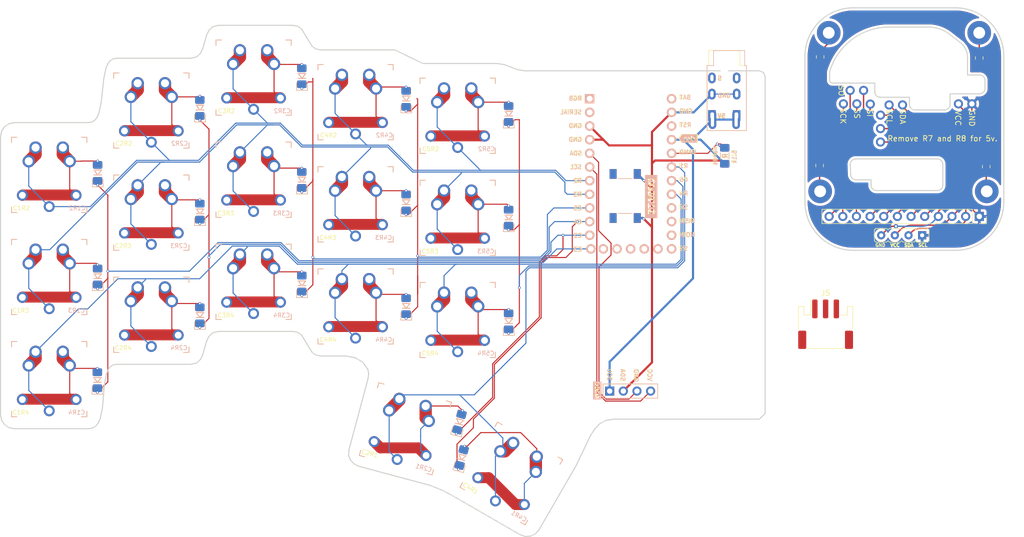
<source format=kicad_pcb>
(kicad_pcb (version 20211014) (generator pcbnew)
  (layers (0 "F.Cu" signal) (31 "B.Cu" signal) (34 "B.Paste" user) (35 "F.Paste" user) (36 "B.SilkS" user "B.Silkscreen") (37 "F.SilkS" user "F.Silkscreen") (38 "B.Mask" user) (39 "F.Mask" user) (44 "Edge.Cuts" user))
  (net 0 "")
  (net 1 "row2_l")
  (net 2 "Net-(D3-Pad2)")
  (net 3 "row3_l")
  (net 4 "Net-(D4-Pad2)")
  (net 5 "row4_l")
  (net 6 "Net-(D5-Pad2)")
  (net 7 "Net-(D8-Pad2)")
  (net 8 "Net-(D9-Pad2)")
  (net 9 "Net-(D10-Pad2)")
  (net 10 "Net-(D13-Pad2)")
  (net 11 "Net-(D14-Pad2)")
  (net 12 "Net-(D15-Pad2)")
  (net 13 "Net-(D18-Pad2)")
  (net 14 "Net-(D19-Pad2)")
  (net 15 "Net-(D20-Pad2)")
  (net 16 "Net-(D24-Pad2)")
  (net 17 "Net-(D25-Pad2)")
  (net 18 "Net-(D26-Pad2)")
  (net 19 "row1_l")
  (net 20 "Net-(D30-Pad2)")
  (net 21 "Net-(D33-Pad2)")
  (net 22 "Rst_l")
  (net 23 "Gnd_l")
  (net 24 "col2_l")
  (net 25 "col3_l")
  (net 26 "col4_l")
  (net 27 "col5_l")
  (net 28 "col1_l")
  (net 29 "bat_l")
  (net 30 "rgb_l")
  (net 31 "serial_l")
  (net 32 "sda_l")
  (net 33 "scl_l")
  (net 34 "mosi_l")
  (net 35 "miso_l")
  (net 36 "sc_l")
  (net 37 "Vcc_l")
  (net 39 "unconnected-(U2-Pad26)")
  (net 40 "unconnected-(U2-Pad27)")
  (net 42 "ss_l")
  (net 44 "hand")
  (footprint "footprints:D_1206_handsolder_reversible" (layer "F.Cu") (at 200.9 39.85 90)
    (fp_text reference "D24" hide)
    (fp_text value "D")
  )
  (footprint "footprints:D_1206_handsolder_reversible" (layer "F.Cu") (at 192.15 103.775 75)
    (fp_text reference "D33" hide)
    (fp_text value "D")
  )
  (footprint "footprints:SW_MX_choc" (layer "F.Cu") (at 181.7 98.425 -15)
    (fp_text reference "SW16" hide)
    (fp_text value "SW_Push")
  )
  (footprint "footprints:D_1206_handsolder_reversible" (layer "F.Cu") (at 162.425 52.115882 90)
    (fp_text reference "D14" hide)
    (fp_text value "D")
  )
  (footprint "BK-CirqueDB:L_0805_2012Metric_Pad1.15x1.40mm_HandSolder" (layer "F.Cu") (at 258.864389 29.236656 -90)
    (fp_text reference "FB2" hide)
    (fp_text value "FerriteBead")
  )
  (footprint "footprints:SW_MX_choc" (layer "F.Cu") (at 172.425 56.65)
    (fp_text reference "SW11" hide)
    (fp_text value "SW_Push")
  )
  (footprint "footprints:SW_MX_choc" (layer "F.Cu") (at 134.425 39.2)
    (fp_text reference "SW4" hide)
    (fp_text value "SW_Push")
  )
  (footprint "kibuzzard-628D3A32" (layer "F.Cu") (at 217.4 91.3 90)
    (fp_text reference "kibuzzard-628D3A32" hide)
    (fp_text value "G***" hide)
  )
  (footprint "BK-CirqueDB:L_0805_2012Metric_Pad1.15x1.40mm_HandSolder" (layer "F.Cu") (at 258.764389 49.436656 90)
    (fp_text reference "FB3" hide)
    (fp_text value "FerriteBead")
  )
  (footprint "kibuzzard-61F01C84" (layer "F.Cu") (at 227.393729 55.2 90)
    (fp_text reference "kibuzzard-61F01C84" hide)
    (fp_text value "G***" hide)
  )
  (footprint "footprints:SW_MX_choc" (layer "F.Cu") (at 172.425 75.65)
    (fp_text reference "SW12" hide)
    (fp_text value "SW_Push")
  )
  (footprint "footprints:SW_MX_choc" (layer "F.Cu") (at 153.45 33.075)
    (fp_text reference "SW7" hide)
    (fp_text value "SW_Push")
  )
  (footprint "footprints:SW_MX_choc" (layer "F.Cu") (at 172.425 37.65)
    (fp_text reference "SW10" hide)
    (fp_text value "SW_Push")
  )
  (footprint "BK-CirqueDB:MountingHole_2.2mm_M2_Pad" (layer "F.Cu") (at 289.864389 54.236656)
    (fp_text reference "H4" hide)
    (fp_text value "MountingHole_Pad")
  )
  (footprint "footprints:SW_MX_choc" (layer "F.Cu") (at 115.425 51.175)
    (fp_text reference "SW1" hide)
    (fp_text value "SW_Push")
  )
  (footprint "footprints:D_1206_handsolder_reversible" (layer "F.Cu") (at 143.45 77.306764 90)
    (fp_text reference "D10" hide)
    (fp_text value "D")
  )
  (footprint "footprints:Elite-C" (layer "F.Cu") (at 223.6 50.975 -90)
    (fp_text reference "U2" hide)
    (fp_text value "eliteC" hide)
  )
  (footprint "footprints:D_1206_handsolder_reversible" (layer "F.Cu") (at 143.45 58.015882 90)
    (fp_text reference "D9" hide)
    (fp_text value "D")
  )
  (footprint "footprints:SW_MX_choc" (layer "F.Cu") (at 191.425 40.175)
    (fp_text reference "SW13" hide)
    (fp_text value "SW_Push")
  )
  (footprint "footprints:D_1206_handsolder_reversible" (layer "F.Cu") (at 162.425 32.825 90)
    (fp_text reference "D13" hide)
    (fp_text value "D")
  )
  (footprint "footprints:SW_MX_choc" (layer "F.Cu") (at 134.425 58.2)
    (fp_text reference "SW5" hide)
    (fp_text value "SW_Push")
  )
  (footprint "footprints:SW_Push_1P1T_NO_6x6mm_H9.5mm" (layer "F.Cu") (at 222.593729 55.1 90)
    (fp_text reference "SW26" hide)
    (fp_text value "SW_SPST")
  )
  (footprint "footprints:D_1206_handsolder_reversible" (layer "F.Cu") (at 181.825 37.025 90)
    (fp_text reference "D18" hide)
    (fp_text value "D")
  )
  (footprint "footprints:D_1206_handsolder_reversible" (layer "F.Cu") (at 200.9 59.140882 90)
    (fp_text reference "D25" hide)
    (fp_text value "D")
  )
  (footprint "BK-CirqueDB:MountingHole_2.2mm_M2_Pad" (layer "F.Cu") (at 288.464389 24.736656)
    (fp_text reference "H1" hide)
    (fp_text value "MountingHole_Pad")
  )
  (footprint "BK-CirqueDB:MountingHole_2.2mm_M2_Pad" (layer "F.Cu") (at 260.464389 24.736656)
    (fp_text reference "H2" hide)
    (fp_text value "MountingHole_Pad")
  )
  (footprint "footprints:D_1206_handsolder_reversible" (layer "F.Cu") (at 143.45 38.725 90)
    (fp_text reference "D8" hide)
    (fp_text value "D")
  )
  (footprint "footprints:Jack_3.5mm_PJ320E_Horizontal_reversible" (layer "F.Cu") (at 238.73 40.14)
    (fp_text reference "J2" hide)
    (fp_text value "Serial")
  )
  (footprint "BK-CirqueDB:CirqueDB-BK" (layer "F.Cu") (at 290.45835 62.547328)
    (fp_text reference "J1" hide)
    (fp_text value "Serial" hide)
    (fp_line (start -25.423961 2.666038) (end -6.423961 2.666038) (layer "Edge.Cuts") (width 0.2))
    (fp_line (start -6.423961 -42.457381) (end -25.423961 -42.457381) (layer "Edge.Cuts") (width 0.2))
    (fp_line (start -24.918941 -10.457381) (end -22.118883 -10.457381) (layer "Edge.Cuts") (width 0.2))
    (fp_line (start -7.504302 -37.524426) (end -5.537232 -36.008198) (layer "Edge.Cuts") (width 0.2))
    (fp_line (start -8.77539 -9.457381) (end -8.77539 -13.33901) (layer "Edge.Cuts") (width 0.2))
    (fp_line (start -8.423961 -23.457381) (end -13.97453 -23.457381) (layer "Edge.Cuts") (width 0.2))
    (fp_line (start -7.423961 -26.457381) (end -7.423961 -24.457381) (layer "Edge.Cuts") (width 0.2))
    (fp_line (start -21.423961 -28.457381) (end -29.263961 -28.457381) (layer "Edge.Cuts") (width 0.2))
    (fp_line (start -4.173961 -29.957381) (end -1.923961 -29.957381) (layer "Edge.Cuts") (width 0.2))
    (fp_line (start -14.97453 -24.457381) (end -14.97453 -25.609157) (layer "Edge.Cuts") (width 0.2))
    (fp_line (start -0.923961 -28.957381) (end -0.923961 -27.457381) (layer "Edge.Cuts") (width 0.2))
    (fp_line (start -14.97453 -25.609157) (end -14.97453 -25.81546) (layer "Edge.Cuts") (width 0.2))
    (fp_line (start -4.173961 -33.236125) (end -4.173961 -29.957381) (layer "Edge.Cuts") (width 0.2))
    (fp_line (start -9.77539 -14.33901) (end -24.984591 -14.33901) (layer "Edge.Cuts") (width 0.2))
    (fp_line (start 2.576039 -6.333962) (end 2.576039 -33.457381) (layer "Edge.Cuts") (width 0.2))
    (fp_line (start -22.118883 -10.457381) (end -22.118883 -9.457381) (layer "Edge.Cuts") (width 0.2))
    (fp_line (start -34.423961 -33.457381) (end -34.423961 -6.333962) (layer "Edge.Cuts") (width 0.2))
    (fp_line (start -21.118883 -8.457381) (end -9.77539 -8.457381) (layer "Edge.Cuts") (width 0.2))
    (fp_line (start -18.809371 -38.87629) (end -11.472513 -38.87629) (layer "Edge.Cuts") (width 0.2))
    (fp_line (start -1.923961 -26.457381) (end -7.423961 -26.457381) (layer "Edge.Cuts") (width 0.2))
    (fp_line (start -29.834789 -28.977381) (end -29.834789 -30.508195) (layer "Edge.Cuts") (width 0.2))
    (fp_line (start -25.983983 -13.304141) (end -25.918333 -11.422512) (layer "Edge.Cuts") (width 0.2))
    (fp_line (start -14.97453 -25.81546) (end -20.423961 -25.81546) (layer "Edge.Cuts") (width 0.2))
    (fp_line (start -21.423961 -26.81546) (end -21.423961 -28.457381) (layer "Edge.Cuts") (width 0.2))
    (fp_arc (start -9.77539 -14.33901) (mid -9.068284 -14.046116) (end -8.77539 -13.33901) (layer "Edge.Cuts") (width 0.2))
    (fp_arc (start -7.423961 -24.457381) (mid -7.716854 -23.750274) (end -8.423961 -23.457381) (layer "Edge.Cuts") (width 0.2))
    (fp_arc (start -13.97453 -23.457381) (mid -14.681637 -23.750274) (end -14.97453 -24.457381) (layer "Edge.Cuts") (width 0.2))
    (fp_arc (start 2.576039 -6.333962) (mid -0.059999 0.03) (end -6.423961 2.666038) (layer "Edge.Cuts") (width 0.2))
    (fp_arc (start -21.118883 -8.457381) (mid -21.825979 -8.750285) (end -22.118883 -9.457381) (layer "Edge.Cuts") (width 0.2))
    (fp_arc (start -34.423961 -33.457381) (mid -31.787922 -39.821342) (end -25.423961 -42.457381) (layer "Edge.Cuts") (width 0.2))
    (fp_arc (start -25.983983 -13.304141) (mid -25.703911 -14.033671) (end -24.984591 -14.33901) (layer "Edge.Cuts") (width 0.2))
    (fp_arc (start -29.263961 -28.457381) (mid -29.664048 -28.591499) (end -29.834789 -28.977381) (layer "Edge.Cuts") (width 0.2))
    (fp_arc (start -11.472513 -38.87629) (mid -9.376431 -38.529049) (end -7.504302 -37.524426) (layer "Edge.Cuts") (width 0.2))
    (fp_arc (start -1.923961 -29.957381) (mid -1.216854 -29.664488) (end -0.923961 -28.957381) (layer "Edge.Cuts") (width 0.2))
    (fp_arc (start -24.918941 -10.457381) (mid -25.61362 -10.738042) (end -25.918333 -11.422512) (layer "Edge.Cuts") (width 0.2))
    (fp_arc (start -6.423961 -42.457381) (mid -0.06 -39.821342) (end 2.576039 -33.457381) (layer "Edge.Cuts") (width 0.2))
    (fp_arc (start -25.423961 2.666038) (mid -31.787922 0.029999) (end -34.423961 -6.333962) (layer "Edge.Cuts") (width 0.2))
    (fp_arc (start -5.537232 -36.008198) (mid -4.533219 -34.780703) (end -4.173961 -33.236125) (layer "Edge.Cuts") (width 0.2))
    (fp_arc (start -8.77539 -9.457381) (mid -9.068283 -8.750274) (end -9.77539 -8.457381) (layer "Edge.Cuts") (width 0.2))
    (fp_arc (start -29.834789 -30.508195) (mid -25.715466 -36.528104) (end -18.809371 -38.87629) (layer "Edge.Cuts") (width 0.2))
    (fp_arc (start -20.423961 -25.81546) (mid -21.131072 -26.108349) (end -21.423961 -26.81546) (layer "Edge.Cuts") (width 0.2))
    (fp_arc (start -0.923961 -27.457381) (mid -1.216854 -26.750274) (end -1.923961 -26.457381) (layer "Edge.Cuts") (width 0.2))
  )
  (footprint "footprints:SW_MX_choc" (layer "F.Cu") (at 201.4 106.725 -30)
    (fp_text reference "SW17" hide)
    (fp_text value "SW_Push")
  )
  (footprint "footprints:D_1206_handsolder_reversible" (layer "F.Cu") (at 191.75 97.175 75)
    (fp_text reference "D30" hide)
    (fp_text value "D")
  )
  (footprint "BK-CirqueDB:L_0805_2012Metric_Pad1.15x1.40mm_HandSolder" (layer "F.Cu") (at 288.464389 29.436656 -90)
    (fp_text reference "FB1" hide)
    (fp_text value "FerriteBead")
  )
  (footprint "Connector_JST:JST_PH_S3B-PH-SM4-TB_1x03-1MP_P2.00mm_Horizontal" (layer "F.Cu") (at 259.88 78.96)
    (fp_text reference "J5")
    (fp_text value "S3B-PH-SM4-TB(LF)(SN)")
  )
  (footprint "footprints:D_1206_handsolder_reversible" (layer "F.Cu") (at 124.425 70.090882 90)
    (fp_text reference "D4" hide)
    (fp_text value "D")
  )
  (footprint "footprints:SW_MX_choc" (layer "F.Cu") (at 153.45 71.075)
    (fp_text reference "SW9" hide)
    (fp_text value "SW_Push")
  )
  (footprint "footprints:D_1206_handsolder_reversible" (layer "F.Cu") (at 124.425 50.8 90)
    (fp_text reference "D3" hide)
    (fp_text value "D")
  )
  (footprint "kibuzzard-628D396A" (layer "F.Cu") (at 234.307877 44.35797)
    (fp_text reference "kibuzzard-628D396A" hide)
    (fp_text value "G***" hide)
  )
  (footprint "footprints:SW_MX_choc" (layer "F.Cu") (at 134.425 77.2)
    (fp_text reference "SW6" hide)
    (fp_text value "SW_Push")
  )
  (footprint "footprints:R_1206_handsolder" (layer "F.Cu") (at 241.11 47.625 -90)
    (fp_text reference "R8" hide)
    (fp_text value "5.1k")
  )
  (footprint "footprints:D_1206_handsolder_reversible" (layer "F.Cu") (at 162.425 71.406764 90)
    (fp_text reference "D15" hide)
    (fp_text value "D")
  )
  (footprint "footprints:D_1206_handsolder_reversible" (layer "F.Cu") (at 124.3825 89.381764 90)
    (fp_text reference "D5" hide)
    (fp_text value "D")
  )
  (footprint "BK-CirqueDB:MountingHole_2.2mm_M2_Pad" (layer "F.Cu") (at 258.864389 54.236656)
    (fp_text reference "H3" hide)
    (fp_text value "MountingHole_Pad")
  )
  (footprint "footprints:SW_MX_choc" (layer "F.Cu") (at 191.425 78.175)
    (fp_text reference "SW15" hide)
    (fp_text value "SW_Push")
  )
  (footprint "footprints:SW_MX_choc" (layer "F.Cu") (at 115.425 70.175)
    (fp_text reference "SW2" hide)
    (fp_text value "SW_Push")
  )
  (footprint "footprints:SW_MX_choc" (layer "F.Cu") (at 153.45 52.075)
    (fp_text reference "SW8" hide)
    (fp_text value "SW_Push")
  )
  (footprint "footprints:D_1206_handsolder_reversible" (layer "F.Cu") (at 181.825 75.606764 90)
    (fp_text reference "D20" hide)
    (fp_text value "D")
  )
  (footprint "footprints:D_1206_handsolder_reversible" (layer "F.Cu") (at 200.9 78.431764 90)
    (fp_text reference "D26" hide)
    (fp_text value "D")
  )
  (footprint "footprints:SW_MX_choc" (layer "F.Cu") (at 191.425 59.175)
    (fp_text reference "SW14" hide)
    (fp_text value "SW_Push")
  )
  (footprint "footprints:SW_MX_choc" (layer "F.Cu") (at 115.425 89.175)
    (fp_text reference "SW3" hide)
    (fp_text value "SW_Push")
  )
  (footprint "footprints:D_1206_handsolder_reversible" (layer "F.Cu") (at 181.825 56.315882 90)
    (fp_text reference "D19" hide)
    (fp_text value "D")
  )
  (footprint "BK-CirqueDB:L_0805_2012Metric_Pad1.15x1.40mm_HandSolder" (layer "F.Cu") (at 289.764389 49.636656 90)
    (fp_text reference "FB4" hide)
    (fp_text value "FerriteBead")
  )
  (footprint "footprints:PinHeader_1x04_P2.54mm_Vertical" (layer "F.Cu") (at 219.7 91.4 90)
    (fp_text reference "O3" hide)
    (fp_text value "trackpad")
  )
  (footprint "footprints:SW_Push_1P1T_NO_6x6mm_H9.5mm" (layer "B.Cu") (at 222.593729 55.1 -90)
    (fp_text reference "SW37" hide)
    (fp_text value "SW_SPST")
  )
  (footprint "footprints:R_1206_handsolder" (layer "B.Cu") (at 241.11 47.625 -90)
    (fp_text reference "R7" hide)
    (fp_text value "5.1k")
  )
  (footprint "kibuzzard-628D3A32" (layer "B.Cu") (at 217.4 91.3 -90)
    (fp_text reference "kibuzzard-628D3A32" hide)
    (fp_text value "G***" hide)
  )
  (footprint "kibuzzard-61F01C84" (layer "B.Cu") (at 227.438091 55.208198 -90)
    (fp_text reference "kibuzzard-61F01C84" hide)
    (fp_text value "G***" hide)
  )
  (footprint "kibuzzard-628D3AA1" (layer "B.Cu") (at 234.300291 44.418362 180)
    (fp_text reference "kibuzzard-628D3AA1" hide)
    (fp_text value "G***" hide)
  )
  (gr_line (start 141.74258 86.424847) (end 127.942506 86.424847) (layer "Edge.Cuts") (width 0.2))
  (gr_line (start 106.367614 95.824747) (end 106.367614 82.024673) (layer "Edge.Cuts") (width 0.2))
  (gr_line (start 108.942544 41.449819) (end 122.742364 41.449819) (layer "Edge.Cuts") (width 0.2))
  (gr_line (start 127.942506 29.474735) (end 141.74258 29.474735) (layer "Edge.Cuts") (width 0.2))
  (gr_line (start 125.307064 94.676254) (end 125.516758 92.412262) (layer "Edge.Cuts") (width 0.2))
  (gr_line (start 203.055591 118.130242) (end 191.104383 111.230332) (layer "Edge.Cuts") (width 0.2))
  (gr_line (start 144.680413 82.204194) (end 145.144922 81.212762) (layer "Edge.Cuts") (width 0.2))
  (gr_line (start 125.706173 90.14827) (end 126.06587 88.210014) (layer "Edge.Cuts") (width 0.2))
  (gr_line (start 122.742364 41.449819) (end 123.398385 41.331001) (layer "Edge.Cuts") (width 0.2))
  (gr_line (start 213.473142 105.236821) (end 216.083264 99.780125) (layer "Edge.Cuts") (width 0.2))
  (gr_line (start 165.030397 84.695533) (end 165.94243 84.874685) (layer "Edge.Cuts") (width 0.2))
  (gr_line (start 144.029759 27.570257) (end 144.355097 26.412257) (layer "Edge.Cuts") (width 0.2))
  (gr_line (start 218.999387 96.853244) (end 220.488095 96.619769) (layer "Edge.Cuts") (width 0.2))
  (gr_line (start 123.932555 40.980894) (end 124.354029 40.416858) (layer "Edge.Cuts") (width 0.2))
  (gr_line (start 163.354932 82.587161) (end 164.336936 84.192652) (layer "Edge.Cuts") (width 0.2))
  (gr_line (start 248.316539 32.125623) (end 247.557456 31.809633) (layer "Edge.Cuts") (width 0.2))
  (gr_line (start 161.679468 23.528931) (end 162.372929 24.031811) (layer "Edge.Cuts") (width 0.2))
  (gr_line (start 162.372929 80.981669) (end 163.354932 82.587161) (layer "Edge.Cuts") (width 0.2))
  (gr_line (start 127.284116 29.593553) (end 127.942506 29.474735) (layer "Edge.Cuts") (width 0.2))
  (gr_line (start 144.355097 83.362242) (end 144.680413 82.204194) (layer "Edge.Cuts") (width 0.2))
  (gr_line (start 203.055591 118.130242) (end 204.037667 118.460221) (layer "Edge.Cuts") (width 0.2))
  (gr_line (start 142.834938 29.234891) (end 143.565237 28.561647) (layer "Edge.Cuts") (width 0.2))
  (gr_line (start 248.632386 32.884817) (end 248.316539 32.125623) (layer "Edge.Cuts") (width 0.2))
  (gr_line (start 145.144958 24.262866) (end 145.875257 23.589622) (layer "Edge.Cuts") (width 0.2))
  (gr_line (start 125.516758 92.412262) (end 125.706173 90.14827) (layer "Edge.Cuts") (width 0.2))
  (gr_line (start 179.742504 27.924827) (end 184.942392 30.449841) (layer "Edge.Cuts") (width 0.2))
  (gr_line (start 125.583146 33.198237) (end 126.001133 31.259939) (layer "Edge.Cuts") (width 0.2))
  (gr_line (start 124.07505 97.930762) (end 124.538337 97.366738) (layer "Edge.Cuts") (width 0.2))
  (gr_line (start 163.354932 25.637303) (end 164.336936 27.242794) (layer "Edge.Cuts") (width 0.2))
  (gr_line (start 144.355097 26.412257) (end 144.680436 25.254257) (layer "Edge.Cuts") (width 0.2))
  (gr_line (start 184.942392 30.449841) (end 198.742466 30.449841) (layer "Edge.Cuts") (width 0.2))
  (gr_line (start 172.346201 85.1952) (end 170.627817 84.874685) (layer "Edge.Cuts") (width 0.2))
  (gr_line (start 200.069204 30.652554) (end 201.334917 31.129737) (layer "Edge.Cuts") (width 0.2))
  (gr_line (start 141.74258 29.474735) (end 142.834938 29.234891) (layer "Edge.Cuts") (width 0.2))
  (gr_line (start 171.133031 103.408973) (end 171.179369 102.387223) (layer "Edge.Cuts") (width 0.2))
  (gr_line (start 204.037667 118.460221) (end 205.008554 118.384044) (layer "Edge.Cuts") (width 0.2))
  (gr_line (start 145.875257 23.589622) (end 146.967614 23.349779) (layer "Edge.Cuts") (width 0.2))
  (gr_line (start 125.337607 35.462277) (end 125.583146 33.198237) (layer "Edge.Cuts") (width 0.2))
  (gr_line (start 216.083264 99.780125) (end 216.85945 98.528791) (layer "Edge.Cuts") (width 0.2))
  (gr_line (start 173.79001 86.065467) (end 172.346201 85.1952) (layer "Edge.Cuts") (width 0.2))
  (gr_line (start 126.001133 31.259939) (end 126.324801 30.507696) (layer "Edge.Cuts") (width 0.2))
  (gr_line (start 124.538337 97.366738) (end 124.885108 96.61451) (layer "Edge.Cuts") (width 0.2))
  (gr_line (start 142.834969 86.184993) (end 143.565273 85.511722) (layer "Edge.Cuts") (width 0.2))
  (gr_line (start 165.030397 27.745675) (end 165.94243 27.924827) (layer "Edge.Cuts") (width 0.2))
  (gr_line (start 247.557456 96.619769) (end 248.632386 95.544839) (layer "Edge.Cuts") (width 0.2))
  (gr_line (start 220.488095 96.619769) (end 247.557456 96.619769) (layer "Edge.Cuts") (width 0.2))
  (gr_line (start 122.742364 98.399677) (end 108.942544 98.399677) (layer "Edge.Cuts") (width 0.2))
  (gr_line (start 217.808599 97.518032) (end 218.999387 96.853244) (layer "Edge.Cuts") (width 0.2))
  (gr_line (start 205.008554 118.384044) (end 205.887458 117.964577) (layer "Edge.Cuts") (width 0.2))
  (gr_line (start 126.767947 86.893762) (end 127.290571 86.543662) (layer "Edge.Cuts") (width 0.2))
  (gr_line (start 123.398385 41.331001) (end 123.932555 40.980894) (layer "Edge.Cuts") (width 0.2))
  (gr_line (start 124.885108 96.61451) (end 125.307064 94.676254) (layer "Edge.Cuts") (width 0.2))
  (gr_line (start 160.767434 80.299637) (end 161.679468 80.478789) (layer "Edge.Cuts") (width 0.2))
  (gr_line (start 106.572879 96.840255) (end 107.124302 97.64299) (layer "Edge.Cuts") (width 0.2))
  (gr_line (start 106.572879 43.009241) (end 107.124302 42.206506) (layer "Edge.Cuts") (width 0.2))
  (gr_line (start 107.124302 42.206506) (end 107.927036 41.655084) (layer "Edge.Cuts") (width 0.2))
  (gr_line (start 173.11147 105.415569) (end 172.177694 104.977669) (layer "Edge.Cuts") (width 0.2))
  (gr_line (start 126.364653 87.457786) (end 126.767947 86.893762) (layer "Edge.Cuts") (width 0.2))
  (gr_line (start 213.473142 105.236821) (end 206.572978 117.187775) (layer "Edge.Cuts") (width 0.2))
  (gr_line (start 144.029782 84.52029) (end 144.355097 83.362242) (layer "Edge.Cuts") (width 0.2))
  (gr_line (start 106.367614 57.824823) (end 106.367614 44.024749) (layer "Edge.Cuts") (width 0.2))
  (gr_line (start 106.367614 95.824747) (end 106.572879 96.840255) (layer "Edge.Cuts") (width 0.2))
  (gr_line (start 106.367614 82.024673) (end 106.367614 57.824823) (layer "Edge.Cuts") (width 0.2))
  (gr_line (start 160.767434 80.299637) (end 146.967614 80.299637) (layer "Edge.Cuts") (width 0.2))
  (gr_line (start 124.676368 39.664614) (end 125.09263 37.726317) (layer "Edge.Cuts") (width 0.2))
  (gr_line (start 145.875226 80.53949) (end 146.967614 80.299637) (layer "Edge.Cuts") (width 0.2))
  (gr_line (start 124.354029 40.416858) (end 124.676368 39.664614) (layer "Edge.Cuts") (width 0.2))
  (gr_line (start 165.94243 27.924827) (end 179.742504 27.924827) (layer "Edge.Cuts") (width 0.2))
  (gr_line (start 164.336936 84.192652) (end 165.030397 84.695533) (layer "Edge.Cuts") (width 0.2))
  (gr_line (start 143.565237 28.561647) (end 144.029759 27.570257) (layer "Edge.Cuts") (width 0.2))
  (gr_line (start 106.367614 44.024749) (end 106.572879 43.009241) (layer "Edge.Cuts") (width 0.2))
  (gr_line (start 203.927368 31.809633) (end 247.557456 31.809633) (layer "Edge.Cuts") (width 0.2))
  (gr_line (start 164.336936 27.242794) (end 165.030397 27.745675) (layer "Edge.Cuts") (width 0.2))
  (gr_line (start 126.747936 29.94366) (end 127.284116 29.593553) (layer "Edge.Cuts") (width 0.2))
  (gr_line (start 205.887458 117.964577) (end 206.572978 117.187775) (layer "Edge.Cuts") (width 0.2))
  (gr_line (start 248.632386 32.884817) (end 248.632386 95.544839) (layer "Edge.Cuts") (width 0.2))
  (gr_line (start 174.751117 89.057557) (end 174.864508 88.158339) (layer "Edge.Cuts") (width 0.2))
  (gr_line (start 125.09263 37.726317) (end 125.337607 35.462277) (layer "Edge.Cuts") (width 0.2))
  (gr_line (start 202.600631 31.60692) (end 203.927368 31.809633) (layer "Edge.Cuts") (width 0.2))
  (gr_line (start 146.967614 23.349779) (end 160.767434 23.349779) (layer "Edge.Cuts") (width 0.2))
  (gr_line (start 144.680436 25.254257) (end 145.144958 24.262866) (layer "Edge.Cuts") (width 0.2))
  (gr_line (start 188.767571 109.937917) (end 191.104383 111.230332) (layer "Edge.Cuts") (width 0.2))
  (gr_line (start 127.290571 86.543662) (end 127.942506 86.424847) (layer "Edge.Cuts") (width 0.2))
  (gr_line (start 107.927036 41.655084) (end 108.942544 41.449819) (layer "Edge.Cuts") (width 0.2))
  (gr_line (start 171.179369 102.387223) (end 174.751117 89.057557) (layer "Edge.Cuts") (width 0.2))
  (gr_line (start 126.324801 30.507696) (end 126.747936 29.94366) (layer "Edge.Cuts") (width 0.2))
  (gr_line (start 122.742364 98.399677) (end 123.479862 98.280862) (layer "Edge.Cuts") (width 0.2))
  (gr_line (start 216.85945 98.528791) (end 217.808599 97.518032) (layer "Edge.Cuts") (width 0.2))
  (gr_line (start 172.177694 104.977669) (end 171.503362 104.283867) (layer "Edge.Cuts") (width 0.2))
  (gr_line (start 143.565273 85.511722) (end 144.029782 84.52029) (layer "Edge.Cuts") (width 0.2))
  (gr_line (start 171.503362 104.283867) (end 171.133031 103.408973) (layer "Edge.Cuts") (width 0.2))
  (gr_line (start 126.06587 88.210014) (end 126.364653 87.457786) (layer "Edge.Cuts") (width 0.2))
  (gr_line (start 123.479862 98.280862) (end 124.07505 97.930762) (layer "Edge.Cuts") (width 0.2))
  (gr_line (start 141.74258 86.424847) (end 142.834969 86.184993) (layer "Edge.Cuts") (width 0.2))
  (gr_line (start 201.334917 31.129737) (end 202.600631 31.60692) (layer "Edge.Cuts") (width 0.2))
  (gr_line (start 198.742466 30.449841) (end 200.069204 30.652554) (layer "Edge.Cuts") (width 0.2))
  (gr_line (start 107.927036 98.194412) (end 108.942544 98.399677) (layer "Edge.Cuts") (width 0.2))
  (gr_line (start 107.124302 97.64299) (end 107.927036 98.194412) (layer "Edge.Cuts") (width 0.2))
  (gr_line (start 173.11147 105.415569) (end 186.296356 108.948455) (layer "Edge.Cuts") (width 0.2))
  (gr_line (start 165.94243 84.874685) (end 170.627817 84.874685) (layer "Edge.Cuts") (width 0.2))
  (gr_line (start 174.712735 87.362175) (end 173.79001 86.065467) (layer "Edge.Cuts") (width 0.2))
  (gr_line (start 161.679468 80.478789) (end 162.372929 80.981669) (layer "Edge.Cuts") (width 0.2))
  (gr_line (start 162.372929 24.031811) (end 163.354932 25.637303) (layer "Edge.Cuts") (width 0.2))
  (gr_line (start 145.144922 81.212762) (end 145.875226 80.53949) (layer "Edge.Cuts") (width 0.2))
  (gr_line (start 160.767434 23.349779) (end 161.679468 23.528931) (layer "Edge.Cuts") (width 0.2))
  (gr_line (start 186.296356 108.948455) (end 188.767571 109.937917) (layer "Edge.Cuts") (width 0.2))
  (gr_line (start 174.864508 88.158339) (end 174.712735 87.362175) (layer "Edge.Cuts") (width 0.2))
  (gr_text "R4" (at 233.5 54.630492) (layer "B.SilkS") (effects (font (size 0.8 0.8) (thickness 0.12)) (justify mirror)))
  (gr_text "R2" (at 213.719047 52.275113) (layer "B.SilkS") (effects (font (size 0.8 0.8) (thickness 0.12)) (justify mirror)))
  (gr_text "MOSI" (at 234.166667 62.32623) (layer "B.SilkS") (effects (font (size 0.8 0.8) (thickness 0.12)) (justify mirror)))
  (gr_text "SDA" (at 222.14 88.419047 270) (layer "B.SilkS") (effects (font (size 0.8 0.8) (thickness 0.12)) (justify mirror)))
  (gr_text "C1R3" (at 120.5 76.4) (layer "B.SilkS") (effects (font (size 0.8 0.8) (thickness 0.12)) (justify mirror)))
  (gr_text "SDA" (at 213.37619 47.166023) (layer "B.SilkS") (effects (font (size 0.8 0.8) (thickness 0.12)) (justify mirror)))
  (gr_text "C3" (at 213.719047 65.047843) (layer "B.SilkS") (effects (font (size 0.8 0.8) (thickness 0.12)) (justify mirror)))
  (gr_text "GND" (at 213.280952 42.056933) (layer "B.SilkS") (effects (font (size 0.8 0.8) (thickness 0.12)) (justify mirror)))
  (gr_text "C3R3" (at 158.65 58.33) (layer "B.SilkS") (effects (font (size 0.8 0.8) (thickness 0.12)) (justify mirror)))
  (gr_text "hands" (at 239.31 47.625 90) (layer "B.SilkS") (effects (font (size 0.8 0.8) (thickness 0.12)) (justify mirror)))
  (gr_text "C2R4" (at 139.57 83.355) (layer "B.SilkS") (effects (font (size 0.8 0.8) (thickness 0.12)) (justify mirror)))
  (gr_text "BAT" (at 233.766667 36.771478) (layer "B.SilkS") (effects (font (size 0.8 0.8) (thickness 0.12)) (justify mirror)))
  (gr_text "5.1k" (at 242.91 47.825 90) (layer "B.SilkS") (effects (font (size 0.8 0.8) (thickness 0.12)) (justify mirror)))
  (gr_text "SS" (at 233.480953 64.891478) (layer "B.SilkS") (effects (font (size 0.8 0.8) (thickness 0.12)) (justify mirror)))
  (gr_text "SC" (at 233.5 57.195738) (layer "B.SilkS") (effects (font (size 0.8 0.8) (thickness 0.12)) (justify mirror)))
  (gr_text "GND" (at 233.938095 39.336724) (layer "B.SilkS") (effects (font (size 0.8 0.8) (thickness 0.12)) (justify mirror)))
  (gr_text "SCL" (at 213.395238 49.720568) (layer "B.SilkS") (effects (font (size 0.8 0.8) (thickness 0.12)) (justify mirror)))
  (gr_text "SERIAL" (at 212.5 39.502388) (layer "B.SilkS") (effects (font (size 0.8 0.8) (thickness 0.12)) (justify mirror)))
  (gr_text "C6" (at 233.5 52.065246) (layer "B.SilkS") (effects (font (size 0.8 0.8) (thickness 0.12)) (justify mirror)))
  (gr_text "C4R4" (at 177.665 81.825) (layer "B.SilkS") (effects (font (size 0.8 0.8) (thickness 0.12)) (justify mirror)))
  (gr_text "C5R4" (at 196.675 84.375) (layer "B.SilkS") (effects (font (size 0.8 0.8) (thickness 0.12)) (justify mirror)))
  (gr_text "C2R2" (at 139.67 45.33) (layer "B.SilkS") (effects (font (size 0.8 0.8) (thickness 0.12)) (justify mirror)))
  (gr_text "GND" (at 241 36.4) (layer "B.SilkS") (effects (font (size 0.8 0.8)) (justify mirror)))
  (gr_text "R1" (at 233.5 49.5) (layer "B.SilkS") (effects (font (size 0.8 0.8) (thickness 0.12)) (justify mirror)))
  (gr_text "C1R2" (at 120.625 57.35) (layer "B.SilkS") (effects (font (size 0.8 0.8) (thickness 0.12)) (justify mirror)))
  (gr_text "C4R3" (at 177.64 62.85) (layer "B.SilkS") (effects (font (size 0.8 0.8) (thickness 0.12)) (justify mirror)))
  (gr_text "5V" (at 240.504762 40.2) (layer "B.SilkS") (effects (font (size 0.8 0.8)) (justify mirror)))
  (gr_text "GND" (at 213.280952 44.611478) (layer "B.SilkS") (effects (font (size 0.8 0.8) (thickness 0.12)) (justify mirror)))
  (gr_text "HAND" (at 234.3 46.934754) (layer "B.SilkS") (effects (font (size 0.8 0.8) (thickness 0.12)) (justify mirror)))
  (gr_text "C4" (at 213.719047 59.938748) (layer "B.SilkS") (effects (font (size 0.8 0.8) (thickness 0.12)) (justify mirror)))
  (gr_text "C5" (at 213.719047 57.384203) (layer "B.SilkS") (effects (font (size 0.8 0.8) (thickness 0.12)) (justify mirror)))
  (gr_text "C5R2" (at 196.775 46.35) (layer "B.SilkS") (effects (font (size 0.8 0.8) (thickness 0.12)) (justify mirror)))
  (gr_text "VCC" (at 227.176 88.438095 270) (layer "B.SilkS") (effects (font (size 0.8 0.8) (thickness 0.12)) (justify mirror)))
  (gr_text "C1R4" (at 120.525 95.375) (layer "B.SilkS") (effects (font (size 0.8 0.8) (thickness 0.12)) (justify mirror)))
  (gr_text "RGB" (at 213.3 36.947843) (layer "B.SilkS") (effects (font (size 0.8 0.8) (thickness 0.12)) (justify mirror)))
  (gr_text "GND" (at 224.61 88.514285 270) (layer "B.SilkS") (effects (font (size 0.8 0.8) (thickness 0.12)) (justify mirror)))
  (gr_text "SCL" (at 219.7 88.4 270) (layer "B.SilkS") (effects (font (size 0.8 0.8) (thickness 0.12)) (justify mirror)))
  (gr_text "S" (at 240.161905 33.2) (layer "B.SilkS") (effects (font (size 0.8 0.8)) (justify mirror)))
  (gr_text "C3R4" (at 158.675 77.305) (layer "B.SilkS") (effects (font (size 0.8 0.8) (thickness 0.12)) (justify mirror)))
  (gr_text "C2R1" (at 185.09 105.7 -15) (layer "B.SilkS") (effects (font (size 0.8 0.8) (thickness 0.12)) (justify mirror)))
  (gr_text "C2R3" (at 139.545 64.38) (layer "B.SilkS") (effects (font (size 0.8 0.8) (thickness 0.12)) (justify mirror)))
  (gr_text "C4R1" (at 202.8 114.69 -30) (layer "B.SilkS") (effects (font (size 0.8 0.8) (thickness 0.12)) (justify mirror)))
  (gr_text "MISO" (at 234.166667 59.760984) (layer "B.SilkS") (effects (font (size 0.8 0.8) (thickness 0.12)) (justify mirror)))
  (gr_text "R3" (at 213.719047 54.829658) (layer "B.SilkS") (effects (font (size 0.8 0.8) (thickness 0.12)) (justify mirror)))
  (gr_text "RST" (at 233.804762 41.90197) (layer "B.SilkS") (effects (font (size 0.8 0.8) (thickness 0.12)) (justify mirror)))
  (gr_text "C3R2" (at 158.775 39.28) (layer "B.SilkS") (effects (font (size 0.8 0.8) (thickness 0.12)) (justify mirror)))
  (gr_text "C5R3" (at 196.65 65.4) (layer "B.SilkS") (effects (font (size 0.8 0.8) (thickness 0.12)) (justify mirror)))
  (gr_text "C4R2" (at 177.765 43.8) (layer "B.SilkS") (effects (font (size 0.8 0.8) (thickness 0.12)) (justify mirror)))
  (gr_text "C2" (at 213.719047 62.493293) (layer "B.SilkS") (effects (font (size 0.8 0.8) (thickness 0.12)) (justify mirror)))
  (gr_text "C1R3" (at 110.125 76.4) (layer "F.SilkS") (effects (font (size 0.8 0.8) (thickness 0.12))))
  (gr_text "C3R2" (at 148.4 39.28) (layer "F.SilkS") (effects (font (size 0.8 0.8) (thickness 0.12))))
  (gr_text "C5R3" (at 186.275 65.4) (layer "F.SilkS") (effects (font (size 0.8 0.8) (thickness 0.12))))
  (gr_text "C4R3" (at 167.265 62.85) (layer "F.SilkS") (effects (font (size 0.8 0.8) (thickness 0.12))))
  (gr_text "R3" (at 213.887158 54.766306) (layer "F.SilkS") (effects (font (size 0.8 0.8) (thickness 0.12))))
  (gr_text "5V" (at 240.504762 40.2) (layer "F.SilkS") (effects (font (size 0.8 0.8))))
  (gr_text "C2R2" (at 129.295 45.33) (layer "F.SilkS") (effects (font (size 0.8 0.8) (thickness 0.12))))
  (gr_text "VCC\n" (at 272.764389 64.236656) (layer "F.SilkS") (effects (font (size 0.6 0.6))))
  (gr_text "SDA" (at 224.636 88.341275 270) (layer "F.SilkS") (effects (font (size 0.8 0.8) (thickness 0.12))))
  (gr_text "C2R4" (at 129.195 83.355) (layer "F.SilkS") (effects (font (size 0.8 0.8) (thickness 0.12))))
  (gr_text "C3" (at 213.887158 64.984491) (layer "F.SilkS") (effects (font (size 0.8 0.8) (thickness 0.12))))
  (gr_text "R4" (at 233.333333 54.571876) (layer "F.SilkS") (effects (font (size 0.8 0.8) (thickness 0.12))))
  (gr_text "C3R3" (at 148.275 58.33) (layer "F.SilkS") (effects (font (size 0.8 0.8) (thickness 0.12))))
  (gr_text "C4R2" (at 167.39 43.8) (layer "F.SilkS") (effects (font (size 0.8 0.8) (thickness 0.12))))
  (gr_text "SCL" (at 227.076 88.322228 270) (layer "F.SilkS") (effects (font (size 0.8 0.8) (thickness 0.12))))
  (gr_text "C1R4" (at 110.15 95.375) (layer "F.SilkS") (effects (font (size 0.8 0.8) (thickness 0.12))))
  (gr_text "C2R3" (at 129.17 64.38) (layer "F.SilkS") (effects (font (size 0.8 0.8) (thickness 0.12))))
  (gr_text "SCL" (at 213.563349 49.657216) (layer "F.SilkS") (effects (font (size 0.8 0.8) (thickness 0.12))))
  (gr_text "C2" (at 213.887158 62.429941) (layer "F.SilkS") (effects (font (size 0.8 0.8) (thickness 0.12))))
  (gr_text "GND" (at 233.771428 39.272188) (layer "F.SilkS") (effects (font (size 0.8 0.8) (thickness 0.12))))
  (gr_text "SDA" (at 213.544301 47.102671) (layer "F.SilkS") (effects (font (size 0.8 0.8) (thickness 0.12))))
  (gr_text "GND" (at 213.449063 41.993581) (layer "F.SilkS") (effects (font (size 0.8 0.8) (thickness 0.12))))
  (gr_text "C1R2" (at 110.25 57.35) (layer "F.SilkS") (effects (font (size 0.8 0.8) (thickness 0.12))))
  (gr_text "GND" (at 213.449063 44.548126) (layer "F.SilkS") (effects (font (size 0.8 0.8) (thickness 0.12))))
  (gr_text "MISO" (at 234 59.7) (layer "F.SilkS") (effects (font (size 0.8 0.8) (thickness 0.12))))
  (gr_text "C3R4" (at 148.3 77.305) (layer "F.SilkS") (effects (font (size 0.8 0.8) (thickness 0.12))))
  (gr_text "S" (at 240.161905 33.2) (layer "F.SilkS") (effects (font (size 0.8 0.8))))
  (gr_text "RST" (at 233.638095 41.83625) (layer "F.SilkS") (effects (font (size 0.8 0.8) (thickness 0.12))))
  (gr_text "C4" (at 213.887158 59.875396) (layer "F.SilkS") (effects (font (size 0.8 0.8) (thickness 0.12))))
  (gr_text "hands" (at 239.11 47.525 90) (layer "F.SilkS") (effects (font (size 0.8 0.8) (thickness 0.12))))
  (gr_text "SERIAL" (at 212.668111 39.439036) (layer "F.SilkS") (effects (font (size 0.8 0.8) (thickness 0.12))))
  (gr_text "SC" (at 233.333333 57.135938) (layer "F.SilkS") (effects (font (size 0.8 0.8) (thickness 0.12))))
  (gr_text "C5" (at 213.887158 57.320851) (layer "F.SilkS") (effects (font (size 0.8 0.8) (thickness 0.12))))
  (gr_text "SDA" (at 275.364389 64.236656) (layer "F.SilkS") (effects (font (size 0.6 0.6))))
  (gr_text "GND" (at 222.166 88.436513 270) (layer "F.SilkS") (effects (font (size 0.8 0.8) (thickness 0.12))))
  (gr_text "HAND" (at 234.133333 46.87969) (layer "F.SilkS") (effects (font (size 0.8 0.8) (thickness 0.12))))
  (gr_text "VCC" (at 219.6 88.360323 270) (layer "F.SilkS") (effects (font (size 0.8 0.8) (thickness 0.12))))
  (gr_text "R2" (at 213.887158 52.211761) (layer "F.SilkS") (effects (font (size 0.8 0.8) (thickness 0.12))))
  (gr_text "C4R4" (at 167.29 81.825) (layer "F.SilkS") (effects (font (size 0.8 0.8) (thickness 0.12))))
  (gr_text "SS" (at 233.314286 64.828126) (layer "F.SilkS") (effects (font (size 0.8 0.8) (thickness 0.12))))
  (gr_text "BAT" (at 233.6 36.708126) (layer "F.SilkS") (effects (font (size 0.8 0.8) (thickness 0.12))))
  (gr_text "RGB" (at 213.468111 36.884491) (layer "F.SilkS") (effects (font (size 0.8 0.8) (thickness 0.12))))
  (gr_text "GND" (at 241 36.4) (layer "F.SilkS") (effects (font (size 0.8 0.8))))
  (gr_text "C5R2" (at 186.4 46.35) (layer "F.SilkS") (effects (font (size 0.8 0.8) (thickness 0.12))))
  (gr_text "MOSI" (at 234 62.264062) (layer "F.SilkS") (effects (font (size 0.8 0.8) (thickness 0.12))))
  (gr_text "C2R1" (at 175.06852 103.014752 -15) (layer "F.SilkS") (effects (font (size 0.8 0.8) (thickness 0.12))))
  (gr_text "SCL" (at 277.964389 64.236656) (layer "F.SilkS") (effects (font (size 0.6 0.6))))
  (gr_text "C6" (at 233.333333 52.007814) (layer "F.SilkS") (effects (font (size 0.8 0.8) (thickness 0.12))))
  (gr_text "5.1k" (at 242.81 47.725 90) (layer "F.SilkS") (effects (font (size 0.8 0.8) (thickness 0.12))))
  (gr_text "C5R4" (at 186.3 84.375) (layer "F.SilkS") (effects (font (size 0.8 0.8) (thickness 0.12))))
  (gr_text "R1" (at 233.333333 49.443752) (layer "F.SilkS") (effects (font (size 0.8 0.8) (thickness 0.12))))
  (gr_text "C4R1" (at 193.814988 109.5025 -30) (layer "F.SilkS") (effects (font (size 0.8 0.8) (thickness 0.12))))
  (segment locked (start 289.764389 50.661656) (end 289.764389 54.136656) (width 0.25) (layer "F.Cu") (net 0))
  (segment locked (start 284.594389 38.063301) (end 284.594389 37.959947) (width 0.25) (layer "F.Cu") (net 0))
  (segment locked (start 289.764389 54.136656) (end 289.864389 54.236656) (width 0.25) (layer "F.Cu") (net 0))
  (segment locked (start 283.592851 61.136656) (end 277.455343 61.136656) (width 0.25) (layer "F.Cu") (net 0))
  (segment locked (start 279.307781 57.917896) (end 278.31835 58.907328) (width 0.25) (layer "F.Cu") (net 0))
  (segment locked (start 265.61835 55.072276) (end 265.61835 58.907328) (width 0.25) (layer "F.Cu") (net 0))
  (segment locked (start 285.964389 58.862876) (end 285.964389 40.505392) (width 0.25) (layer "F.Cu") (net 0))
  (segment locked (start 258.764389 50.461656) (end 258.764389 54.136656) (width 0.25) (layer "F.Cu") (net 0))
  (segment locked (start 273.876034 41.048301) (end 273.875257 41.047524) (width 0.25) (layer "F.Cu") (net 0))
  (segment locked (start 281.098703 47.136656) (end 269.880612 47.136656) (width 0.25) (layer "F.Cu") (net 0))
  (segment locked (start 266.944389 44.200432) (end 266.944389 35.459947) (width 0.25) (layer "F.Cu") (net 0))
  (segment locked (start 285.251369 60.449675) (end 285.635931 60.065112) (width 0.25) (layer "F.Cu") (net 0))
  (segment locked (start 282.464389 54.324523) (end 282.464389 48.502341) (width 0.25) (layer "F.Cu") (net 0))
  (segment locked (start 281.257282 46.636656) (end 269.359363 46.636656) (width 0.25) (layer "F.Cu") (net 0))
  (segment locked (start 272.675229 56.930448) (end 270.69835 58.907328) (width 0.25) (layer "F.Cu") (net 0))
  (segment locked (start 271.491034 40.059947) (end 270.094389 40.059947) (width 0.25) (layer "F.Cu") (net 0))
  (segment locked (start 260.464389 26.611656) (end 258.864389 28.211656) (width 0.25) (layer "F.Cu") (net 0))
  (segment locked (start 275.304389 62.405301) (end 275.304389 62.413947) (width 0.25) (layer "F.Cu") (net 0))
  (segment locked (start 277.550568 55.836656) (end 282.269414 55.836656) (width 0.25) (layer "F.Cu") (net 0))
  (segment locked (start 281.676705 56.936656) (end 282.074439 56.936656) (width 0.25) (layer "F.Cu") (net 0))
  (segment locked (start 263.07835 48.08863) (end 263.07835 58.907328) (width 0.25) (layer "F.Cu") (net 0))
  (segment locked (start 273.23835 58.635011) (end 273.23835 58.907328) (width 0.25) (layer "F.Cu") (net 0))
  (segment locked (start 260.464389 24.736656) (end 260.464389 26.611656) (width 0.25) (layer "F.Cu") (net 0))
  (segment locked (start 273.430906 58.170138) (end 274.501369 57.099675) (width 0.25) (layer "F.Cu") (net 0))
  (segment locked (start 268.179389 38.023323) (end 268.194389 38.008323) (width 0.25) (layer "F.Cu") (net 0))
  (segment locked (start 270.635229 56.430448) (end 268.15835 58.907328) (width 0.25) (layer "F.Cu") (net 0))
  (segment locked (start 284.667471 38.239738) (end 285.279389 38.851656) (width 0.25) (layer "F.Cu") (net 0))
  (segment locked (start 285.93835 58.92574) (end 285.93835 59.335011) (width 0.25) (layer "F.Cu") (net 0))
  (segment locked (start 288.464389 24.736656) (end 288.464389 28.411656) (width 0.25) (layer "F.Cu") (net 0))
  (segment locked (start 284.464389 42.378077) (end 284.464389 54.546706) (width 0.25) (layer "F.Cu") (net 0))
  (segment locked (start 284.122967 42.036656) (end 276.262133 42.036656) (width 0.25) (layer "F.Cu") (net 0))
  (segment locked (start 283.464389 54.641681) (end 283.464389 46.727293) (width 0.25) (layer "F.Cu") (net 0))
  (segment locked (start 282.964389 54.653813) (end 282.964389 48.343762) (width 0.25) (layer "F.Cu") (net 0))
  (segment locked (start 281.797042 45.059947) (end 270.094389 45.059947) (width 0.25) (layer "F.Cu") (net 0))
  (segment locked (start 265.694389 43.771229) (end 265.694389 37.959947) (width 0.25) (layer "F.Cu") (net 0))
  (segment locked (start 268.164389 38.059536) (end 268.164389 45.441681) (width 0.25) (layer "F.Cu") (net 0))
  (segment locked (start 282.281546 55.336656) (end 276.522985 55.336656) (width 0.25) (layer "F.Cu") (net 0))
  (segment locked (start 274.482985 54.836656) (end 281.952256 54.836656) (width 0.25) (layer "F.Cu") (net 0))
  (segment locked (start 264.444389 44.79072) (end 264.444389 35.459947) (width 0.25) (layer "F.Cu") (net 0))
  (segment locked (start 275.310502 62.390542) (end 275.934389 61.766656) (width 0.25) (layer "F.Cu") (net 0))
  (segment locked (start 263.664389 48.672082) (end 263.664389 50.354996) (width 0.25) (layer "F.Cu") (net 0))
  (segment locked (start 258.764389 54.136656) (end 258.864389 54.236656) (width 0.25) (layer "F.Cu") (net 0))
  (arc locked (start 285.951369 58.894308) (mid 285.941733 58.908729) (end 285.93835 58.92574) (width 0.25) (layer "F.Cu") (net 0))
  (arc locked (start 279.307781 57.917896) (mid 280.394652 57.191671) (end 281.676705 56.936656) (width 0.25) (layer "F.Cu") (net 0))
  (arc locked (start 282.064389 47.536656) (mid 281.621328 47.240612) (end 281.098703 47.136656) (width 0.25) (layer "F.Cu") (net 0))
  (arc locked (start 271.491034 40.059947) (mid 272.781366 40.316609) (end 273.875257 41.047524) (width 0.25) (layer "F.Cu") (net 0))
  (arc locked (start 274.501369 57.099675) (mid 275.900353 56.164903) (end 277.550568 55.836656) (width 0.25) (layer "F.Cu") (net 0))
  (arc locked (start 264.641369 52.713636) (mid 263.918297 51.631483) (end 263.664389 50.354996) (width 0.25) (layer "F.Cu") (net 0))
  (arc locked (start 266.944389 44.200432) (mid 267.167895 45.324076) (end 267.804389 46.276656) (width 0.25) (layer "F.Cu") (net 0))
  (arc locked (start 283.114389 55.486656) (mid 282.726711 55.745693) (end 282.269414 55.836656) (width 0.25) (layer "F.Cu") (net 0))
  (arc locked (start 264.679389 46.221656) (mid 265.430599 45.09739) (end 265.694389 43.771229) (width 0.25) (layer "F.Cu") (net 0))
  (arc locked (start 264.641369 52.713636) (mid 265.36444 53.795789) (end 265.61835 55.072276) (width 0.25) (layer "F.Cu") (net 0))
  (arc locked (start 268.164389 38.059536) (mid 268.168287 38.039937) (end 268.179389 38.023323) (width 0.25) (layer "F.Cu") (net 0))
  (arc locked (start 284.122967 42.036656) (mid 284.253623 42.062645) (end 284.364389 42.136656) (width 0.25) (layer "F.Cu") (net 0))
  (arc locked (start 273.430906 58.170138) (mid 273.288393 58.383423) (end 273.23835 58.635011) (width 0.25) (layer "F.Cu") (net 0))
  (arc locked (start 285.279389 38.851656) (mid 285.786363 39.610396) (end 285.964389 40.505392) (width 0.25) (layer "F.Cu") (net 0))
  (arc locked (start 263.664389 48.672082) (mid 263.928178 47.345921) (end 264.679389 46.221656) (width 0.25) (layer "F.Cu") (net 0))
  (arc locked (start 284.594389 38.063301) (mid 284.613382 38.158788) (end 284.667471 38.239738) (width 0.25) (layer "F.Cu") (net 0))
  (arc locked (start 282.976034 45.548301) (mid 282.435108 45.186866) (end 281.797042 45.059947) (width 0.25) (layer "F.Cu") (net 0))
  (arc locked (start 283.764389 56.236656) (mid 282.989033 56.754731) (end 282.074439 56.936656) (width 0.25) (layer "F.Cu") (net 0))
  (arc locked (start 267.804389 46.276656) (mid 268.756968 46.913149) (end 269.880612 47.136656) (width 0.25) (layer "F.Cu") (net 0))
  (arc locked (start 264.444389 44.79072) (mid 264.266877 45.683128) (end 263.761369 46.439675) (width 0.25) (layer "F.Cu") (net 0))
  (arc locked (start 273.876034 41.048301) (mid 274.970785 41.77979) (end 276.262133 42.036656) (width 0.25) (layer "F.Cu") (net 0))
  (arc locked (start 275.934389 61.766656) (mid 276.632208 61.300387) (end 277.455343 61.136656) (width 0.25) (layer "F.Cu") (net 0))
  (arc locked (start 268.164389 45.441681) (mid 268.255351 45.898978) (end 268.514389 46.286656) (width 0.25) (layer "F.Cu") (net 0))
  (arc locked (start 268.514389 46.286656) (mid 268.902066 46.545693) (end 269.359363 46.636656) (width 0.25) (layer "F.Cu") (net 0))
  (arc locked (start 284.464389 42.378077) (mid 284.438399 42.24742) (end 284.364389 42.136656) (width 0.25) (layer "F.Cu") (net 0))
  (arc locked (start 283.464389 54.641681) (mid 283.373426 55.098978) (end 283.114389 55.486656) (width 0.25) (layer "F.Cu") (net 0))
  (arc locked (start 285.951369 58.894308) (mid 285.961005 58.879887) (end 285.964389 58.862876) (width 0.25) (layer "F.Cu") (net 0))
  (arc locked (start 282.314389 54.686656) (mid 282.425405 54.520508) (end 282.464389 54.324523) (width 0.25) (layer "F.Cu") (net 0))
  (arc locked (start 272.675229 56.930448) (mid 274.440594 55.750869) (end 276.522985 55.336656) (width 0.25) (layer "F.Cu") (net 0))
  (arc locked (start 282.976034 45.548301) (mid 283.337469 46.089227) (end 283.464389 46.727293) (width 0.25) (layer "F.Cu") (net 0))
  (arc locked (start 274.482985 54.836656) (mid 272.400594 55.250869) (end 270.635229 56.430448) (width 0.25) (layer "F.Cu") (net 0))
  (arc locked (start 275.310502 62.390542) (mid 275.305977 62.397313) (end 275.304389 62.405301) (width 0.25) (layer "F.Cu") (net 0))
  (arc locked (start 285.251369 60.449675) (mid 284.490434 60.958115) (end 283.592851 61.136656) (width 0.25) (layer "F.Cu") (net 0))
  (arc locked (start 263.07835 48.08863) (mid 263.25586 47.196222) (end 263.761369 46.439675) (width 0.25) (layer "F.Cu") (net 0))
  (arc locked (start 285.635931 60.065112) (mid 285.859753 59.730139) (end 285.93835 59.335011) (width 0.25) (layer "F.Cu") (net 0))
  (arc locked (start 282.764389 55.136656) (mid 282.91241 54.915125) (end 282.964389 54.653813) (width 0.25) (layer "F.Cu") (net 0))
  (arc locked (start 281.952256 54.836656) (mid 282.148241 54.797672) (end 282.314389 54.686656) (width 0.25) (layer "F.Cu") (net 0))
  (arc locked (start 284.464389 54.546706) (mid 284.282464 55.4613) (end 283.764389 56.236656) (width 0.25) (layer "F.Cu") (net 0))
  (arc locked (start 282.281546 55.336656) (mid 282.542858 55.284677) (end 282.764389 55.136656) (width 0.25) (layer "F.Cu") (net 0))
  (arc locked (start 282.064389 47.536656) (mid 282.360432 47.979716) (end 282.464389 48.502341) (width 0.25) (layer "F.Cu") (net 0))
  (arc locked (start 282.464389 47.136656) (mid 282.834443 47.690481) (end 282.964389 48.343762) (width 0.25) (layer "F.Cu") (net 0))
  (arc locked (start 281.257282 46.636656) (mid 281.910563 46.766601) (end 282.464389 47.136656) (width 0.25) (layer "F.Cu") (net 0))
  (segment (start 111.615 48.635) (end 112.885 47.365) (width 2.286) (layer "F.Cu") (net 1))
  (segment (start 112.885 47.365) (end 112.885 46.095) (width 2.286) (layer "F.Cu") (net 1))
  (segment (start 188.885 36.365) (end 188.885 35.095) (width 2.286) (layer "F.Cu") (net 1))
  (segment (start 169.885 33.84) (end 169.885 32.57) (width 2.286) (layer "F.Cu") (net 1))
  (segment (start 130.615 36.66) (end 131.885 35.39) (width 2.286) (layer "F.Cu") (net 1))
  (segment (start 149.64 30.535) (end 150.91 29.265) (width 2.286) (layer "F.Cu") (net 1))
  (segment (start 168.615 35.11) (end 169.885 33.84) (width 2.286) (layer "F.Cu") (net 1))
  (segment (start 150.91 29.265) (end 150.91 27.995) (width 2.286) (layer "F.Cu") (net 1))
  (segment (start 187.615 37.635) (end 188.885 36.365) (width 2.286) (layer "F.Cu") (net 1))
  (segment (start 131.885 35.39) (end 131.885 34.12) (width 2.286) (layer "F.Cu") (net 1))
  (segment (start 130.615 41.29) (end 130.615 36.66) (width 0.2) (layer "B.Cu") (net 1))
  (segment (start 195.6 50.325) (end 209.65 50.325) (width 0.2) (layer "B.Cu") (net 1))
  (segment (start 115.425 57.075) (end 111.615 53.265) (width 0.2) (layer "B.Cu") (net 1))
  (segment (start 183.175 50.325) (end 195.6 50.325) (width 0.2) (layer "B.Cu") (net 1))
  (segment (start 149.64 35.165) (end 149.64 30.535) (width 0.2) (layer "B.Cu") (net 1))
  (segment (start 131.675 48.475) (end 137.75 48.475) (width 0.2) (layer "B.Cu") (net 1))
  (segment (start 162.525 45.65) (end 174.55 45.65) (width 0.2) (layer "B.Cu") (net 1))
  (segment (start 191.425 46.075) (end 187.615 42.265) (width 0.2) (layer "B.Cu") (net 1))
  (segment (start 211.57 52.245) (end 215.98 52.245) (width 0.2) (layer "B.Cu") (net 1))
  (segment (start 174.525 45.65) (end 174.55 45.65) (width 0.2) (layer "B.Cu") (net 1))
  (segment (start 156.025 41.55) (end 156.1 41.55) (width 0.2) (layer "B.Cu") (net 1))
  (segment (start 209.65 50.325) (end 211.57 52.245) (width 0.2) (layer "B.Cu") (net 1))
  (segment (start 156.1 41.55) (end 158.425 41.55) (width 0.2) (layer "B.Cu") (net 1))
  (segment (start 137.75 48.475) (end 143.2 48.475) (width 0.2) (layer "B.Cu") (net 1))
  (segment (start 174.55 45.65) (end 178.5 45.65) (width 0.2) (layer "B.Cu") (net 1))
  (segment (start 153.45 38.975) (end 149.64 35.165) (width 0.2) (layer "B.Cu") (net 1))
  (segment (start 131.4375 48.7125) (end 131.675 48.475) (width 0.2) (layer "B.Cu") (net 1))
  (segment (start 123.075 57.075) (end 131.4375 48.7125) (width 0.2) (layer "B.Cu") (net 1))
  (segment (start 172.425 43.55) (end 174.525 45.65) (width 0.2) (layer "B.Cu") (net 1))
  (segment (start 172.425 43.55) (end 168.615 39.74) (width 0.2) (layer "B.Cu") (net 1))
  (segment (start 153.45 38.975) (end 156.025 41.55) (width 0.2) (layer "B.Cu") (net 1))
  (segment (start 178.5 45.65) (end 183.175 50.325) (width 0.2) (layer "B.Cu") (net 1))
  (segment (start 134.425 45.1) (end 130.615 41.29) (width 0.2) (layer "B.Cu") (net 1))
  (segment (start 187.615 42.265) (end 187.615 37.635) (width 0.2) (layer "B.Cu") (net 1))
  (segment (start 115.425 57.075) (end 123.075 57.075) (width 0.2) (layer "B.Cu") (net 1))
  (segment (start 137.75 48.425) (end 137.75 48.475) (width 0.2) (layer "B.Cu") (net 1))
  (segment (start 150.125 41.55) (end 156.1 41.55) (width 0.2) (layer "B.Cu") (net 1))
  (segment (start 168.615 39.74) (end 168.615 35.11) (width 0.2) (layer "B.Cu") (net 1))
  (segment (start 143.2 48.475) (end 150.125 41.55) (width 0.2) (layer "B.Cu") (net 1))
  (segment (start 134.425 45.1) (end 137.75 48.425) (width 0.2) (layer "B.Cu") (net 1))
  (segment (start 111.615 53.265) (end 111.615 48.635) (width 0.2) (layer "B.Cu") (net 1))
  (segment (start 195.6 50.25) (end 195.6 50.325) (width 0.2) (layer "B.Cu") (net 1))
  (segment (start 158.425 41.55) (end 162.525 45.65) (width 0.2) (layer "B.Cu") (net 1))
  (segment (start 191.425 46.075) (end 195.6 50.25) (width 0.2) (layer "B.Cu") (net 1))
  (segment (start 117.965 47.365) (end 119.235 48.635) (width 2.286) (layer "F.Cu") (net 2))
  (segment (start 110.484511 54.915489) (end 120.365489 54.915489) (width 2.032) (layer "F.Cu") (net 2))
  (segment (start 120.365489 54.915489) (end 120.425 54.975) (width 2.032) (layer "F.Cu") (net 2))
  (segment (start 124.425 48.6) (end 121.382347 48.6) (width 0.2) (layer "F.Cu") (net 2))
  (segment (start 121.382347 48.6) (end 121.347347 48.635) (width 0.2) (layer "F.Cu") (net 2))
  (segment (start 117.965 46.095) (end 117.965 47.365) (width 2.286) (layer "F.Cu") (net 2))
  (segment (start 119.235 53.785) (end 120.425 54.975) (width 0.2) (layer "F.Cu") (net 2))
  (segment (start 121.347347 48.635) (end 119.235 48.635) (width 0.2) (layer "F.Cu") (net 2))
  (segment (start 110.425 54.975) (end 110.484511 54.915489) (width 2.032) (layer "F.Cu") (net 2))
  (segment (start 119.235 48.635) (end 119.235 53.785) (width 0.2) (layer "F.Cu") (net 2))
  (segment (start 149.64 49.535) (end 150.91 48.265) (width 2.286) (layer "F.Cu") (net 3))
  (segment (start 131.885 54.39) (end 131.885 53.12) (width 2.286) (layer "F.Cu") (net 3))
  (segment (start 112.885 65.095) (end 112.885 66.365) (width 2.286) (layer "F.Cu") (net 3))
  (segment (start 187.615 56.635) (end 188.885 55.365) (width 2.286) (layer "F.Cu") (net 3))
  (segment (start 112.885 66.365) (end 111.615 67.635) (width 2.286) (layer "F.Cu") (net 3))
  (segment (start 169.885 51.57) (end 169.885 52.84) (width 2.286) (layer "F.Cu") (net 3))
  (segment (start 150.91 48.265) (end 150.91 46.995) (width 2.286) (layer "F.Cu") (net 3))
  (segment (start 130.615 55.66) (end 131.885 54.39) (width 2.286) (layer "F.Cu") (net 3))
  (segment (start 188.885 55.365) (end 188.885 54.095) (width 2.286) (layer "F.Cu") (net 3))
  (segment (start 169.885 52.84) (end 168.615 54.11) (width 2.286) (layer "F.Cu") (net 3))
  (segment (start 156.02748 41.87752) (end 150.91 46.995) (width 0.2) (layer "B.Cu") (net 3))
  (segment (start 157.02752 41.87752) (end 156.02748 41.87752) (width 0.2) (layer "B.Cu") (net 3))
  (segment (start 136.82752 48.80252) (end 136.20248 48.80252) (width 0.2) (layer "B.Cu") (net 3))
  (segment (start 175.22752 45.97752) (end 178.364336 45.97752) (width 0.2) (layer "B.Cu") (net 3))
  (segment (start 192.09748 50.65252) (end 192.09748 50.88252) (width 0.2) (layer "B.Cu") (net 3))
  (segment (start 158.289336 41.87752) (end 162.389337 45.97752) (width 0.2) (layer "B.Cu") (net 3))
  (segment (start 191.425 65.075) (end 187.615 61.265) (width 0.2) (layer "B.Cu") (net 3))
  (segment (start 172.425 62.55) (end 168.615 58.74) (width 0.2) (layer "B.Cu") (net 3))
  (segment (start 129.738184 50.875) (end 115.518184 65.095) (width 0.2) (layer "B.Cu") (net 3))
  (segment (start 149.64 54.165) (end 149.64 49.535) (width 0.2) (layer "B.Cu") (net 3))
  (segment (start 131.810664 48.80252) (end 136.82752 48.80252) (width 0.2) (layer "B.Cu") (net 3))
  (segment (start 115.425 76.075) (end 111.615 72.265) (width 0.2) (layer "B.Cu") (net 3))
  (segment (start 183.039337 50.65252) (end 192.09748 50.65252) (width 0.2) (layer "B.Cu") (net 3))
  (segment (start 192.09748 50.88252) (end 188.885 54.095) (width 0.2) (layer "B.Cu") (net 3))
  (segment (start 175.22752 45.97752) (end 175.22752 46.22748) (width 0.2) (layer "B.Cu") (net 3))
  (segment (start 111.615 72.265) (end 111.615 67.635) (width 0.2) (layer "B.Cu") (net 3))
  (segment (start 211.81 54.785) (end 215.98 54.785) (width 0.2) (layer "B.Cu") (net 3))
  (segment (start 187.615 61.265) (end 187.615 56.635) (width 0.2) (layer "B.Cu") (net 3))
  (segment (start 153.45 57.975) (end 149.64 54.165) (width 0.2) (layer "B.Cu") (net 3))
  (segment (start 175.22752 46.22748) (end 169.885 51.57) (width 0.2) (layer "B.Cu") (net 3))
  (segment (start 178.364336 45.97752) (end 183.039337 50.65252) (width 0.2) (layer "B.Cu") (net 3))
  (segment (start 115.518184 65.095) (end 112.885 65.095) (width 0.2) (layer "B.Cu") (net 3))
  (segment (start 211.375 52.55) (end 211.375 54.35) (width 0.2) (layer "B.Cu") (net 3))
  (segment (start 157.02752 41.87752) (end 158.289336 41.87752) (width 0.2) (layer "B.Cu") (net 3))
  (segment (start 136.82752 48.80252) (end 143.375 48.80252) (width 0.2) (layer "B.Cu") (net 3))
  (segment (start 130.615 60.29) (end 130.615 55.66) (width 0.2) (layer "B.Cu") (net 3))
  (segment (start 209.47752 50.65252) (end 211.375 52.55) (width 0.2) (layer "B.Cu") (net 3))
  (segment (start 134.425 64.1) (end 130.615 60.29) (width 0.2) (layer "B.Cu") (net 3))
  (segment (start 143.375 48.80252) (end 150.3 41.87752) (width 0.2) (layer "B.Cu") (net 3))
  (segment (start 211.375 54.35) (end 211.81 54.785) (width 0.2) (layer "B.Cu") (net 3))
  (segment (start 162.389337 45.97752) (end 175.22752 45.97752) (width 0.2) (layer "B.Cu") (net 3))
  (segment (start 192.09748 50.65252) (end 209.47752 50.65252) (width 0.2) (layer "B.Cu") (net 3))
  (segment (start 168.615 58.74) (end 168.615 54.11) (width 0.2) (layer "B.Cu") (net 3))
  (segment (start 150.3 41.87752) (end 157.02752 41.87752) (width 0.2) (layer "B.Cu") (net 3))
  (segment (start 129.738184 50.875) (end 131.810664 48.80252) (width 0.2) (layer "B.Cu") (net 3))
  (segment (start 136.20248 48.80252) (end 131.885 53.12) (width 0.2) (layer "B.Cu") (net 3))
  (segment (start 120.425 73.975) (end 120.365489 73.915489) (width 2.032) (layer "F.Cu") (net 4))
  (segment (start 119.235 72.785) (end 120.425 73.975) (width 0.2) (layer "F.Cu") (net 4))
  (segment (start 119.235 67.635) (end 119.235 72.785) (width 0.2) (layer "F.Cu") (net 4))
  (segment (start 117.965 66.365) (end 119.235 67.635) (width 2.286) (layer "F.Cu") (net 4))
  (segment (start 117.965 65.095) (end 117.965 66.365) (width 2.286) (layer "F.Cu") (net 4))
  (segment (start 110.484511 73.915489) (end 110.425 73.975) (width 2.032) (layer "F.Cu") (net 4))
  (segment (start 124.169118 67.635) (end 119.235 67.635) (width 0.2) (layer "F.Cu") (net 4))
  (segment (start 124.425 67.890882) (end 124.169118 67.635) (width 0.2) (layer "F.Cu") (net 4))
  (segment (start 120.365489 73.915489) (end 110.484511 73.915489) (width 2.032) (layer "F.Cu") (net 4))
  (segment (start 169.885 71.84) (end 168.615 73.11) (width 2.286) (layer "F.Cu") (net 5))
  (segment (start 150.91 67.265) (end 149.64 68.535) (width 2.286) (layer "F.Cu") (net 5))
  (segment (start 131.885 72.12) (end 131.885 73.39) (width 2.286) (layer "F.Cu") (net 5))
  (segment (start 188.885 73.095) (end 188.885 74.365) (width 2.286) (layer "F.Cu") (net 5))
  (segment (start 112.885 85.365) (end 111.615 86.635) (width 2.286) (layer "F.Cu") (net 5))
  (segment (start 169.885 70.57) (end 169.885 71.84) (width 2.286) (layer "F.Cu") (net 5))
  (segment (start 112.885 84.095) (end 112.885 85.365) (width 2.286) (layer "F.Cu") (net 5))
  (segment (start 150.91 65.995) (end 150.91 67.265) (width 2.286) (layer "F.Cu") (net 5))
  (segment (start 131.885 73.39) (end 130.615 74.66) (width 2.286) (layer "F.Cu") (net 5))
  (segment (start 188.885 74.365) (end 187.615 75.635) (width 2.286) (layer "F.Cu") (net 5))
  (segment (start 232.99496 66.866856) (end 232.99496 55.69496) (width 0.2) (layer "B.Cu") (net 5))
  (segment (start 188.885 69.94) (end 188.885 73.095) (width 0.2) (layer "B.Cu") (net 5))
  (segment (start 115.425 95.075) (end 111.615 91.265) (width 0.2) (layer "B.Cu") (net 5))
  (segment (start 232.085 54.785) (end 231.22 54.785) (width 0.2) (layer "B.Cu") (net 5))
  (segment (start 188.885 69.94) (end 191.026551 67.798449) (width 0.2) (layer "B.Cu") (net 5))
  (segment (start 112.885 84.095) (end 120.88 76.1) (width 0.2) (layer "B.Cu") (net 5))
  (segment (start 171.076551 67.798449) (end 170.749031 68.125969) (width 0.2) (layer "B.Cu") (net 5))
  (segment (start 169.885 68.99) (end 170.749031 68.125969) (width 0.2) (layer "B.Cu") (net 5))
  (segment (start 168.615 77.74) (end 168.615 73.11) (width 0.2) (layer "B.Cu") (net 5))
  (segment (start 232.99496 55.69496) (end 232.085 54.785) (width 0.2) (layer "B.Cu") (net 5))
  (segment (start 130.615 79.29) (end 130.615 74.66) (width 0.2) (layer "B.Cu") (net 5))
  (segment (start 169.885 70.57) (end 169.885 68.99) (width 0.2) (layer "B.Cu") (net 5))
  (segment (start 191.425 84.075) (end 187.615 80.265) (width 0.2) (layer "B.Cu") (net 5))
  (segment (start 161.598449 67.798449) (end 171.076551 67.798449) (width 0.2) (layer "B.Cu") (net 5))
  (segment (start 128.2 70.5) (end 122.6 76.1) (width 0.2) (layer "B.Cu") (net 5))
  (segment (start 152.27248 64.42752) (end 152.27248 64.63252) (width 0.2) (layer "B.Cu") (net 5))
  (segment (start 152.27248 64.63252) (end 150.91 65.995) (width 0.2) (layer "B.Cu") (net 5))
  (segment (start 149.64 73.165) (end 149.64 68.535) (width 0.2) (layer "B.Cu") (net 5))
  (segment (start 120.88 76.1) (end 122.6 76.1) (width 0.2) (layer "B.Cu") (net 5))
  (segment (start 172.425 81.55) (end 168.615 77.74) (width 0.2) (layer "B.Cu") (net 5))
  (segment (start 183.798449 67.798449) (end 191.173449 67.798449) (width 0.2) (layer "B.Cu") (net 5))
  (segment (start 143.410242 70.5) (end 133.35 70.5) (width 0.2) (layer "B.Cu") (net 5))
  (segment (start 153.45 76.975) (end 149.64 73.165) (width 0.2) (layer "B.Cu") (net 5))
  (segment (start 133.35 70.5) (end 128.2 70.5) (width 0.2) (layer "B.Cu") (net 5))
  (segment (start 187.615 80.265) (end 187.615 75.635) (width 0.2) (layer "B.Cu") (net 5))
  (segment (start 191.173449 67.798449) (end 232.063367 67.798449) (width 0.2) (layer "B.Cu") (net 5))
  (segment (start 133.35 70.5) (end 133.35 70.655) (width 0.2) (layer "B.Cu") (net 5))
  (segment (start 191.026551 67.798449) (end 191.173449 67.798449) (width 0.2) (layer "B.Cu") (net 5))
  (segment (start 183.798449 67.798449) (end 171.076551 67.798449) (width 0.2) (layer "B.Cu") (net 5))
  (segment (start 111.615 91.265) (end 111.615 86.635) (width 0.2) (layer "B.Cu") (net 5))
  (segment (start 232.063367 67.798449) (end 232.99496 66.866856) (width 0.2) (layer "B.Cu") (net 5))
  (segment (start 158.22752 64.42752) (end 161.598449 67.798449) (width 0.2) (layer "B.Cu") (net 5))
  (segment (start 134.425 83.1) (end 130.615 79.29) (width 0.2) (layer "B.Cu") (net 5))
  (segment (start 152.27248 64.42752) (end 158.22752 64.42752) (width 0.2) (layer "B.Cu") (net 5))
  (segment (start 152.27248 64.42752) (end 149.482722 64.42752) (width 0.2) (layer "B.Cu") (net 5))
  (segment (start 133.35 70.655) (end 131.885 72.12) (width 0.2) (layer "B.Cu") (net 5))
  (segment (start 149.482722 64.42752) (end 143.410242 70.5) (width 0.2) (layer "B.Cu") (net 5))
  (segment (start 117.965 85.365) (end 119.235 86.635) (width 2.286) (layer "F.Cu") (net 6))
  (segment (start 117.965 84.095) (end 117.965 85.365) (width 2.286) (layer "F.Cu") (net 6))
  (segment (start 119.235 91.785) (end 120.425 92.975) (width 0.2) (layer "F.Cu") (net 6))
  (segment (start 110.425 92.975) (end 110.484511 92.915489) (width 2.032) (layer "F.Cu") (net 6))
  (segment (start 120.365489 92.915489) (end 120.425 92.975) (width 2.032) (layer "F.Cu") (net 6))
  (segment (start 124.3825 87.181764) (end 119.781764 87.181764) (width 0.2) (layer "F.Cu") (net 6))
  (segment (start 110.484511 92.915489) (end 120.365489 92.915489) (width 2.032) (layer "F.Cu") (net 6))
  (segment (start 119.781764 87.181764) (end 119.235 86.635) (width 0.2) (layer "F.Cu") (net 6))
  (segment (start 119.235 86.635) (end 119.235 91.785) (width 0.2) (layer "F.Cu") (net 6))
  (segment (start 138.235 36.66) (end 138.235 41.81) (width 0.2) (layer "F.Cu") (net 7))
  (segment (start 143.45 37.2375) (end 142.8725 36.66) (width 0.2) (layer "F.Cu") (net 7))
  (segment (start 138.235 41.81) (end 139.425 43) (width 0.2) (layer "F.Cu") (net 7))
  (segment (start 136.965 35.39) (end 138.235 36.66) (width 2.286) (layer "F.Cu") (net 7))
  (segment (start 136.965 34.12) (end 136.965 35.39) (width 2.286) (layer "F.Cu") (net 7))
  (segment (start 139.365489 42.940489) (end 139.425 43) (width 2.032) (layer "F.Cu") (net 7))
  (segment (start 129.484511 42.940489) (end 139.365489 42.940489) (width 2.032) (layer "F.Cu") (net 7))
  (segment (start 129.425 43) (end 129.484511 42.940489) (width 2.032) (layer "F.Cu") (net 7))
  (segment (start 142.8725 36.66) (end 138.235 36.66) (width 0.2) (layer "F.Cu") (net 7))
  (segment (start 129.484511 61.940489) (end 129.425 62) (width 2.032) (layer "F.Cu") (net 8))
  (segment (start 136.965 54.39) (end 138.235 55.66) (width 2.286) (layer "F.Cu") (net 8))
  (segment (start 139.365489 61.940489) (end 129.484511 61.940489) (width 2.032) (layer "F.Cu") (net 8))
  (segment (start 136.965 53.12) (end 136.965 54.39) (width 2.286) (layer "F.Cu") (net 8))
  (segment (start 143.45 55.815882) (end 138.390882 55.815882) (width 0.2) (layer "F.Cu") (net 8))
  (segment (start 138.235 60.81) (end 139.425 62) (width 0.2) (layer "F.Cu") (net 8))
  (segment (start 139.425 62) (end 139.365489 61.940489) (width 2.032) (layer "F.Cu") (net 8))
  (segment (start 138.235 55.66) (end 138.235 60.81) (width 0.2) (layer "F.Cu") (net 8))
  (segment (start 138.390882 55.815882) (end 138.235 55.66) (width 0.2) (layer "F.Cu") (net 8))
  (segment (start 138.681764 75.106764) (end 138.235 74.66) (width 0.2) (layer "F.Cu") (net 9))
  (segment (start 139.365489 80.940489) (end 139.425 81) (width 2.032) (layer "F.Cu") (net 9))
  (segment (start 136.965 72.12) (end 136.965 73.39) (width 2.286) (layer "F.Cu") (net 9))
  (segment (start 138.235 79.81) (end 139.425 81) (width 0.2) (layer "F.Cu") (net 9))
  (segment (start 138.235 74.66) (end 138.235 79.81) (width 0.2) (layer "F.Cu") (net 9))
  (segment (start 129.425 81) (end 129.484511 80.940489) (width 2.032) (layer "F.Cu") (net 9))
  (segment (start 129.484511 80.940489) (end 139.365489 80.940489) (width 2.032) (layer "F.Cu") (net 9))
  (segment (start 136.965 73.39) (end 138.235 74.66) (width 2.286) (layer "F.Cu") (net 9))
  (segment (start 143.45 75.106764) (end 138.681764 75.106764) (width 0.2) (layer "F.Cu") (net 9))
  (segment (start 157.26 30.535) (end 157.26 35.685) (width 0.2) (layer "F.Cu") (net 10))
  (segment (start 155.99 27.995) (end 155.99 29.265) (width 2.286) (layer "F.Cu") (net 10))
  (segment (start 148.509511 36.815489) (end 158.390489 36.815489) (width 2.032) (layer "F.Cu") (net 10))
  (segment (start 155.99 29.265) (end 157.26 30.535) (width 2.286) (layer "F.Cu") (net 10))
  (segment (start 148.45 36.875) (end 148.509511 36.815489) (width 2.032) (layer "F.Cu") (net 10))
  (segment (start 157.35 30.625) (end 157.26 30.535) (width 0.2) (layer "F.Cu") (net 10))
  (segment (start 158.390489 36.815489) (end 158.45 36.875) (width 2.032) (layer "F.Cu") (net 10))
  (segment (start 162.425 30.625) (end 157.35 30.625) (width 0.2) (layer "F.Cu") (net 10))
  (segment (start 157.26 35.685) (end 158.45 36.875) (width 0.2) (layer "F.Cu") (net 10))
  (segment (start 155.99 48.265) (end 157.26 49.535) (width 2.286) (layer "F.Cu") (net 11))
  (segment (start 157.26 54.685) (end 158.45 55.875) (width 0.2) (layer "F.Cu") (net 11))
  (segment (start 157.26 49.535) (end 157.26 54.685) (width 0.2) (layer "F.Cu") (net 11))
  (segment (start 158.45 55.875) (end 158.390489 55.815489) (width 2.032) (layer "F.Cu") (net 11))
  (segment (start 158.390489 55.815489) (end 148.509511 55.815489) (width 2.032) (layer "F.Cu") (net 11))
  (segment (start 148.509511 55.815489) (end 148.45 55.875) (width 2.032) (layer "F.Cu") (net 11))
  (segment (start 157.640882 49.915882) (end 157.26 49.535) (width 0.2) (layer "F.Cu") (net 11))
  (segment (start 155.99 46.995) (end 155.99 48.265) (width 2.286) (layer "F.Cu") (net 11))
  (segment (start 162.425 49.915882) (end 157.640882 49.915882) (width 0.2) (layer "F.Cu") (net 11))
  (segment (start 155.99 65.995) (end 155.99 67.265) (width 2.286) (layer "F.Cu") (net 12))
  (segment (start 148.45 74.875) (end 148.509511 74.815489) (width 2.032) (layer "F.Cu") (net 12))
  (segment (start 158.390489 74.815489) (end 158.45 74.875) (width 2.032) (layer "F.Cu") (net 12))
  (segment (start 157.931764 69.206764) (end 157.26 68.535) (width 0.2) (layer "F.Cu") (net 12))
  (segment (start 157.26 73.685) (end 158.45 74.875) (width 0.2) (layer "F.Cu") (net 12))
  (segment (start 157.26 68.535) (end 157.26 73.685) (width 0.2) (layer "F.Cu") (net 12))
  (segment (start 162.425 69.206764) (end 157.931764 69.206764) (width 0.2) (layer "F.Cu") (net 12))
  (segment (start 148.509511 74.815489) (end 158.390489 74.815489) (width 2.032) (layer "F.Cu") (net 12))
  (segment (start 155.99 67.265) (end 157.26 68.535) (width 2.286) (layer "F.Cu") (net 12))
  (segment (start 167.425 41.45) (end 167.484511 41.390489) (width 2.032) (layer "F.Cu") (net 13))
  (segment (start 167.484511 41.390489) (end 177.365489 41.390489) (width 2.032) (layer "F.Cu") (net 13))
  (segment (start 181.825 34.825) (end 176.52 34.825) (width 0.2) (layer "F.Cu") (net 13))
  (segment (start 177.365489 41.390489) (end 177.425 41.45) (width 2.032) (layer "F.Cu") (net 13))
  (segment (start 176.235 35.11) (end 176.235 40.26) (width 0.2) (layer "F.Cu") (net 13))
  (segment (start 176.52 34.825) (end 176.235 35.11) (width 0.2) (layer "F.Cu") (net 13))
  (segment (start 174.965 33.84) (end 176.235 35.11) (width 2.286) (layer "F.Cu") (net 13))
  (segment (start 176.235 40.26) (end 177.425 41.45) (width 0.2) (layer "F.Cu") (net 13))
  (segment (start 174.965 32.57) (end 174.965 33.84) (width 2.286) (layer "F.Cu") (net 13))
  (segment (start 181.825 54.115882) (end 176.240882 54.115882) (width 0.2) (layer "F.Cu") (net 14))
  (segment (start 167.484511 60.390489) (end 167.425 60.45) (width 2.032) (layer "F.Cu") (net 14))
  (segment (start 176.240882 54.115882) (end 176.235 54.11) (width 0.2) (layer "F.Cu") (net 14))
  (segment (start 177.425 60.45) (end 177.365489 60.390489) (width 2.032) (layer "F.Cu") (net 14))
  (segment (start 176.235 59.26) (end 177.425 60.45) (width 0.2) (layer "F.Cu") (net 14))
  (segment (start 174.965 51.57) (end 174.965 52.84) (width 2.286) (layer "F.Cu") (net 14))
  (segment (start 174.965 52.84) (end 176.235 54.11) (width 2.286) (layer "F.Cu") (net 14))
  (segment (start 177.365489 60.390489) (end 167.484511 60.390489) (width 2.032) (layer "F.Cu") (net 14))
  (segment (start 176.235 54.11) (end 176.235 59.26) (width 0.2) (layer "F.Cu") (net 14))
  (segment (start 176.235 73.11) (end 176.235 78.26) (width 0.2) (layer "F.Cu") (net 15))
  (segment (start 167.484511 79.390489) (end 177.365489 79.390489) (width 2.032) (layer "F.Cu") (net 15))
  (segment (start 181.825 73.406764) (end 176.531764 73.406764) (width 0.2) (layer "F.Cu") (net 15))
  (segment (start 177.365489 79.390489) (end 177.425 79.45) (width 2.032) (layer "F.Cu") (net 15))
  (segment (start 167.425 79.45) (end 167.484511 79.390489) (width 2.032) (layer "F.Cu") (net 15))
  (segment (start 174.965 70.57) (end 174.965 71.84) (width 2.286) (layer "F.Cu") (net 15))
  (segment (start 176.235 78.26) (end 177.425 79.45) (width 0.2) (layer "F.Cu") (net 15))
  (segment (start 174.965 71.84) (end 176.235 73.11) (width 2.286) (layer "F.Cu") (net 15))
  (segment (start 176.531764 73.406764) (end 176.235 73.11) (width 0.2) (layer "F.Cu") (net 15))
  (segment (start 195.25 37.65) (end 195.235 37.635) (width 0.2) (layer "F.Cu") (net 16))
  (segment (start 196.365489 43.915489) (end 196.425 43.975) (width 2.032) (layer "F.Cu") (net 16))
  (segment (start 200.9 37.65) (end 195.25 37.65) (width 0.2) (layer "F.Cu") (net 16))
  (segment (start 195.235 42.785) (end 196.425 43.975) (width 0.2) (layer "F.Cu") (net 16))
  (segment (start 186.425 43.975) (end 186.484511 43.915489) (width 2.032) (layer "F.Cu") (net 16))
  (segment (start 195.235 37.635) (end 195.235 42.785) (width 0.2) (layer "F.Cu") (net 16))
  (segment (start 193.965 36.365) (end 195.235 37.635) (width 2.286) (layer "F.Cu") (net 16))
  (segment (start 186.484511 43.915489) (end 196.365489 43.915489) (width 2.032) (layer "F.Cu") (net 16))
  (segment (start 193.965 35.095) (end 193.965 36.365) (width 2.286) (layer "F.Cu") (net 16))
  (segment (start 196.425 62.975) (end 196.365489 62.915489) (width 2.032) (layer "F.Cu") (net 17))
  (segment (start 186.484511 62.915489) (end 186.425 62.975) (width 2.032) (layer "F.Cu") (net 17))
  (segment (start 195.235 56.635) (end 195.235 61.785) (width 0.2) (layer "F.Cu") (net 17))
  (segment (start 193.965 55.365) (end 195.235 56.635) (width 2.286) (layer "F.Cu") (net 17))
  (segment (start 195.235 61.785) (end 196.425 62.975) (width 0.2) (layer "F.Cu") (net 17))
  (segment (start 200.9 56.940882) (end 200.594118 56.635) (width 0.2) (layer "F.Cu") (net 17))
  (segment (start 196.365489 62.915489) (end 186.484511 62.915489) (width 2.032) (layer "F.Cu") (net 17))
  (segment (start 200.594118 56.635) (end 195.235 56.635) (width 0.2) (layer "F.Cu") (net 17))
  (segment (start 193.965 54.095) (end 193.965 55.365) (width 2.286) (layer "F.Cu") (net 17))
  (segment (start 186.425 81.975) (end 186.484511 81.915489) (width 2.032) (layer "F.Cu") (net 18))
  (segment (start 193.965 74.365) (end 195.235 75.635) (width 2.286) (layer "F.Cu") (net 18))
  (segment (start 200.9 76.231764) (end 195.831764 76.231764) (width 0.2) (layer "F.Cu") (net 18))
  (segment (start 195.235 75.635) (end 195.235 80.785) (width 0.2) (layer "F.Cu") (net 18))
  (segment (start 186.484511 81.915489) (end 196.365489 81.915489) (width 2.032) (layer "F.Cu") (net 18))
  (segment (start 195.235 80.785) (end 196.425 81.975) (width 0.2) (layer "F.Cu") (net 18))
  (segment (start 196.365489 81.915489) (end 196.425 81.975) (width 2.032) (layer "F.Cu") (net 18))
  (segment (start 195.831764 76.231764) (end 195.235 75.635) (width 0.2) (layer "F.Cu") (net 18))
  (segment (start 193.965 73.095) (end 193.965 74.365) (width 2.286) (layer "F.Cu") (net 18))
  (segment (start 201.740295 101.055591) (end 200.175591 102.620295) (width 2.286) (layer "F.Cu") (net 19))
  (segment (start 200.175591 102.620295) (end 199.370443 102.620295) (width 2.286) (layer "F.Cu") (net 19))
  (segment (start 180.561349 93.101322) (end 180.561349 92.860696) (width 2.286) (layer "F.Cu") (net 19))
  (segment (start 178.677223 94.985448) (end 180.561349 93.101322) (width 2.286) (layer "F.Cu") (net 19))
  (segment (start 178.677223 102.628217) (end 178.677223 94.985448) (width 0.2) (layer "B.Cu") (net 19))
  (segment (start 198.45 103.540738) (end 199.370443 102.620295) (width 0.2) (layer "B.Cu") (net 19))
  (segment (start 191.796412 92.1) (end 194.5 92.1) (width 0.2) (layer "B.Cu") (net 19))
  (segment (start 232.371511 68.453489) (end 233.65 67.175) (width 0.2) (layer "B.Cu") (net 19))
  (segment (start 233.65 67.175) (end 233.65 50.75) (width 0.2) (layer "B.Cu") (net 19))
  (segment (start 199.370443 102.620295) (end 199.824168 102.16657) (width 0.2) (layer "B.Cu") (net 19))
  (segment (start 204.125 69.113184) (end 204.784695 68.453489) (width 0.2) (layer "B.Cu") (net 19))
  (segment (start 204.125 82.475) (end 204.125 69.113184) (width 0.2) (layer "B.Cu") (net 19))
  (segment (start 194.5 92.1) (end 204.125 82.475) (width 0.2) (layer "B.Cu") (net 19))
  (segment (start 199.824168 102.16657) (end 199.824168 100.127756) (width 0.2) (layer "B.Cu") (net 19))
  (segment (start 180.172968 104.123962) (end 178.677223 102.628217) (width 0.2) (layer "B.Cu") (net 19))
  (segment (start 198.45 111.83455) (end 198.45 103.540738) (width 0.2) (layer "B.Cu") (net 19))
  (segment (start 232.605 49.705) (end 231.22 49.705) (width 0.2) (layer "B.Cu") (net 19))
  (segment (start 233.65 50.75) (end 232.605 49.705) (width 0.2) (layer "B.Cu") (net 19))
  (segment (start 204.784695 68.453489) (end 232.371511 68.453489) (width 0.2) (layer "B.Cu") (net 19))
  (segment (start 191.796412 92.1) (end 181.322045 92.1) (width 0.2) (layer "B.Cu") (net 19))
  (segment (start 199.824168 100.127756) (end 191.796412 92.1) (width 0.2) (layer "B.Cu") (net 19))
  (segment (start 181.322045 92.1) (end 180.561349 92.860696) (width 0.2) (layer "B.Cu") (net 19))
  (segment (start 175.886858 100.801423) (end 177.049886 101.964451) (width 2.032) (layer "F.Cu") (net 20))
  (segment (start 177.049886 101.964451) (end 184.120955 101.964451) (width 2.032) (layer "F.Cu") (net 20))
  (segment (start 191.444936 94.175497) (end 185.468252 94.175497) (width 0.2) (layer "F.Cu") (net 20))
  (segment (start 185.468252 96.388323) (end 186.037578 96.957649) (width 2.286) (layer "F.Cu") (net 20))
  (segment (start 192.319402 95.049963) (end 191.444936 94.175497) (width 0.2) (layer "F.Cu") (net 20))
  (segment (start 184.120955 101.964451) (end 185.546117 103.389613) (width 2.032) (layer "F.Cu") (net 20))
  (segment (start 185.468252 94.175497) (end 185.468252 96.388323) (width 2.286) (layer "F.Cu") (net 20))
  (segment (start 184.530118 99.769882) (end 184.530118 98.465109) (width 0.2) (layer "B.Cu") (net 20))
  (segment (start 184.530118 102.373614) (end 185.546117 103.389613) (width 0.2) (layer "B.Cu") (net 20))
  (segment (start 184.530118 98.465109) (end 186.037578 96.957649) (width 0.2) (layer "B.Cu") (net 20))
  (segment (start 184.530118 99.769882) (end 184.530118 102.373614) (width 0.2) (layer "B.Cu") (net 20))
  (segment (start 203.15 99.125) (end 195.725 99.125) (width 0.2) (layer "F.Cu") (net 21))
  (segment (start 202.185358 112.515897) (end 203.830127 112.515897) (width 2.032) (layer "F.Cu") (net 21))
  (segment (start 195.725 99.125) (end 193.200037 101.649963) (width 0.2) (layer "F.Cu") (net 21))
  (segment (start 206.139705 103.595591) (end 205.969557 103.765739) (width 2.286) (layer "F.Cu") (net 21))
  (segment (start 197.185358 107.515897) (end 202.185358 112.515897) (width 2.032) (layer "F.Cu") (net 21))
  (segment (start 206.139705 102.114705) (end 203.15 99.125) (width 0.2) (layer "F.Cu") (net 21))
  (segment (start 206.139705 103.595591) (end 206.139705 102.114705) (width 0.2) (layer "F.Cu") (net 21))
  (segment (start 205.969557 103.765739) (end 205.969557 106.430295) (width 2.286) (layer "F.Cu") (net 21))
  (segment (start 193.200037 101.649963) (end 192.719402 101.649963) (width 0.2) (layer "F.Cu") (net 21))
  (segment (start 195.169873 107.515897) (end 197.185358 107.515897) (width 2.032) (layer "F.Cu") (net 21))
  (segment (start 203.830127 108.655127) (end 203.830127 112.515897) (width 0.2) (layer "B.Cu") (net 21))
  (segment (start 203.830127 108.569725) (end 205.969557 106.430295) (width 0.2) (layer "B.Cu") (net 21))
  (segment (start 203.830127 108.655127) (end 203.830127 108.569725) (width 0.2) (layer "B.Cu") (net 21))
  (segment (start 228.133811 48.501189) (end 240.498689 48.501189) (width 0.4) (layer "F.Cu") (net 23))
  (segment (start 227.576189 49.058811) (end 228.133811 48.501189) (width 0.4) (layer "F.Cu") (net 23))
  (segment (start 218.465 44.57) (end 215.98 42.085) (width 0.4) (layer "F.Cu") (net 23))
  (segment (start 218.465 44.57) (end 218.41 44.625) (width 0.4) (layer "F.Cu") (net 23))
  (segment (start 227.576189 60.876189) (end 227.576189 86.063811) (width 0.4) (layer "F.Cu") (net 23))
  (segment (start 227.576189 49.058811) (end 227.576189 53.73246) (width 0.4) (layer "F.Cu") (net 23))
  (segment (start 219.586189 45.691189) (end 218.465 44.57) (width 0.4) (layer "F.Cu") (net 23))
  (segment (start 227.576189 45.691189) (end 219.586189 45.691189) (width 0.4) (layer "F.Cu") (net 23))
  (segment (start 226.071864 52.228136) (end 227.576189 53.73246) (width 0.4) (layer "F.Cu") (net 23))
  (segment (start 227.576189 53.73246) (end 227.576189 60.876189) (width 0.4) (layer "F.Cu") (net 23))
  (segment (start 240.498689 48.501189) (end 241.11 49.1125) (width 0.4) (layer "F.Cu") (net 23))
  (segment (start 225.9 59.2) (end 226.05 59.35) (width 0.4) (layer "F.Cu") (net 23))
  (segment (start 227.576189 86.063811) (end 222.24 91.4) (width 0.4) (layer "F.Cu") (net 23))
  (segment (start 224.843729 51) (end 226.071864 52.228136) (width 0.4) (layer "F.Cu") (net 23))
  (segment (start 227.576189 45.691189) (end 227.576189 49.058811) (width 0.4) (layer "F.Cu") (net 23))
  (segment (start 224.843729 59.2) (end 225.9 59.2) (width 0.4) (layer "F.Cu") (net 23))
  (segment (start 218.41 44.625) (end 215.98 44.625) (width 0.4) (layer "F.Cu") (net 23))
  (segment (start 231.22 39.545) (end 227.576189 43.188811) (width 0.4) (layer "F.Cu") (net 23))
  (segment (start 226.05 59.35) (end 227.576189 60.876189) (width 0.4) (layer "F.Cu") (net 23))
  (segment (start 227.576189 43.188811) (end 227.576189 45.691189) (width 0.4) (layer "F.Cu") (net 23))
  (via (at 226.05 59.35) (size 0.5) (drill 0.3) (layers "F.Cu" "B.Cu") (net 23))
  (via (at 226.071864 52.228136) (size 0.5) (drill 0.3) (layers "F.Cu" "B.Cu") (net 23))
  (segment (start 225.9 59.2) (end 226.05 59.35) (width 0.4) (layer "B.Cu") (net 23))
  (segment (start 235.325 39.545) (end 238.73 36.14) (width 0.4) (layer "B.Cu") (net 23))
  (segment (start 224.843729 51.000001) (end 226.071864 52.228136) (width 0.4) (layer "B.Cu") (net 23))
  (segment (start 238.73 36.14) (end 243.33 36.14) (width 0.2) (layer "B.Cu") (net 23))
  (segment (start 224.843729 51) (end 224.843729 51.000001) (width 0.4) (layer "B.Cu") (net 23))
  (segment (start 224.843729 59.2) (end 225.9 59.2) (width 0.4) (layer "B.Cu") (net 23))
  (segment (start 231.22 39.545) (end 235.325 39.545) (width 0.4) (layer "B.Cu") (net 23))
  (segment (start 143.45 60.265882) (end 145.15 58.565882) (width 0.2) (layer "F.Cu") (net 24))
  (segment (start 145.15 66.525) (end 145.15 58.565882) (width 0.2) (layer "F.Cu") (net 24))
  (segment (start 145.15 58.565882) (end 145.15 42.625) (width 0.2) (layer "F.Cu") (net 24))
  (segment (start 143.45 40.975) (end 145.1 42.625) (width 0.2) (layer "F.Cu") (net 24))
  (segment (start 145.1 42.625) (end 145.15 42.625) (width 0.2) (layer "F.Cu") (net 24))
  (segment (start 143.45 79.556764) (end 145.15 77.856764) (width 0.2) (layer "F.Cu") (net 24))
  (segment (start 145.15 77.856764) (end 145.15 66.525) (width 0.2) (layer "F.Cu") (net 24))
  (via (at 145.15 66.525) (size 0.5) (drill 0.3) (layers "F.Cu" "B.Cu") (net 24))
  (segment (start 209.88 64.945) (end 216.2086 64.945) (width 0.2) (layer "B.Cu") (net 24))
  (segment (start 145.15 66.525) (end 145.15 66.25) (width 0.2) (layer "B.Cu") (net 24))
  (segment (start 158.4 64.1) (end 161.770928 67.470929) (width 0.2) (layer "B.Cu") (net 24))
  (segment (start 147.3 64.1) (end 158.4 64.1) (width 0.2) (layer "B.Cu") (net 24))
  (segment (start 161.770928 67.470929) (end 207.354071 67.470929) (width 0.2) (layer "B.Cu") (net 24))
  (segment (start 145.15 66.25) (end 147.3 64.1) (width 0.2) (layer "B.Cu") (net 24))
  (segment (start 207.354071 67.470929) (end 209.88 64.945) (width 0.2) (layer "B.Cu") (net 24))
  (segment (start 212.75 65.35) (end 212.75 60.825) (width 0.2) (layer "F.Cu") (net 25))
  (segment locked (start 262.364389 55.790084) (end 262.364389 47.423554) (width 0.25) (layer "F.Cu") (net 25))
  (segment (start 209.025 66.55) (end 211.55 66.55) (width 0.2) (layer "F.Cu") (net 25))
  (segment locked (start 261.451369 57.994308) (end 260.53835 58.907328) (width 0.25) (layer "F.Cu") (net 25))
  (segment (start 194.352087 98.222913) (end 194.352087 96.627087) (width 0.2) (layer "F.Cu") (net 25))
  (segment (start 163.625 33.875) (end 164.475 33.875) (width 0.2) (layer "F.Cu") (net 25))
  (segment (start 212.75 60.825) (end 213.71 59.865) (width 0.2) (layer "F.Cu") (net 25))
  (segment (start 164.475 52.025) (end 164.475 66.5) (width 0.2) (layer "F.Cu") (net 25))
  (segment (start 164.475 71.606764) (end 164.475 66.5) (width 0.2) (layer "F.Cu") (net 25))
  (segment (start 162.425 35.075) (end 163.625 33.875) (width 0.2) (layer "F.Cu") (net 25))
  (segment (start 191.299144 105.67982) (end 191.299144 101.275856) (width 0.2) (layer "F.Cu") (net 25))
  (segment (start 208 66.55) (end 209.025 66.55) (width 0.2) (layer "F.Cu") (net 25))
  (segment (start 162.425 54.365882) (end 164.475 52.315882) (width 0.2) (layer "F.Cu") (net 25))
  (segment locked (start 263.194389 45.419757) (end 263.194389 37.959947) (width 0.25) (layer "F.Cu") (net 25))
  (segment (start 198.25252 92.726653) (end 198.25252 86.460664) (width 0.2) (layer "F.Cu") (net 25))
  (segment (start 198.25252 86.460664) (end 206.95252 77.760663) (width 0.2) (layer "F.Cu") (net 25))
  (segment (start 191.567657 105.948333) (end 191.299144 105.67982) (width 0.2) (layer "F.Cu") (net 25))
  (segment (start 164.475 33.875) (end 164.475 33.25) (width 0.2) (layer "F.Cu") (net 25))
  (segment (start 164.475 52.025) (end 164.475 33.875) (width 0.2) (layer "F.Cu") (net 25))
  (segment (start 191.299144 101.275856) (end 194.352087 98.222913) (width 0.2) (layer "F.Cu") (net 25))
  (segment (start 162.425 73.656764) (end 164.475 71.606764) (width 0.2) (layer "F.Cu") (net 25))
  (segment (start 211.55 66.55) (end 212.75 65.35) (width 0.2) (layer "F.Cu") (net 25))
  (segment (start 164.475 33.25) (end 164.45 33.225) (width 0.2) (layer "F.Cu") (net 25))
  (segment (start 164.475 52.315882) (end 164.475 52.025) (width 0.2) (layer "F.Cu") (net 25))
  (segment (start 194.352087 96.627087) (end 198.25252 92.726653) (width 0.2) (layer "F.Cu") (net 25))
  (segment (start 206.95252 77.760663) (end 206.95252 67.59748) (width 0.2) (layer "F.Cu") (net 25))
  (segment (start 206.95252 67.59748) (end 208 66.55) (width 0.2) (layer "F.Cu") (net 25))
  (via (at 164.475 66.5) (size 0.5) (drill 0.3) (layers "F.Cu" "B.Cu") (net 25))
  (via (at 213.71 59.865) (size 0.5) (drill 0.3) (layers "F.Cu" "B.Cu") (net 25))
  (arc locked (start 262.779389 46.421656) (mid 262.472243 46.88133) (end 262.364389 47.423554) (width 0.25) (layer "F.Cu") (net 25))
  (arc locked (start 263.194389 45.419757) (mid 263.086534 45.96198) (end 262.779389 46.421656) (width 0.25) (layer "F.Cu") (net 25))
  (arc locked (start 262.364389 55.790084) (mid 262.127102 56.983001) (end 261.451369 57.994308) (width 0.25) (layer "F.Cu") (net 25))
  (segment (start 209.46 59.865) (end 213.71 59.865) (width 0.2) (layer "B.Cu") (net 25))
  (segment (start 164.790889 66.815889) (end 206.509111 66.815889) (width 0.2) (layer "B.Cu") (net 25))
  (segment (start 213.71 59.865) (end 215.98 59.865) (width 0.2) (layer "B.Cu") (net 25))
  (segment (start 208.44252 60.88248) (end 209.46 59.865) (width 0.2) (layer "B.Cu") (net 25))
  (segment (start 206.509111 66.815889) (end 206.952295 66.815889) (width 0.2) (layer "B.Cu") (net 25))
  (segment (start 164.475 66.5) (end 164.790889 66.815889) (width 0.2) (layer "B.Cu") (net 25))
  (segment (start 206.952295 66.815889) (end 208.44252 65.325664) (width 0.2) (layer "B.Cu") (net 25))
  (segment (start 208.44252 65.325664) (end 208.44252 60.88248) (width 0.2) (layer "B.Cu") (net 25))
  (segment (start 183.975 56.825) (end 183.975 38) (width 0.2) (layer "F.Cu") (net 26))
  (segment (start 182.7 39.275) (end 183.975 38) (width 0.2) (layer "F.Cu") (net 26))
  (segment (start 183.975 73.325) (end 183.975 72.275) (width 0.2) (layer "F.Cu") (net 26))
  (segment (start 183.975 56.825) (end 183.975 66.25) (width 0.2) (layer "F.Cu") (net 26))
  (segment (start 181.825 39.275) (end 182.7 39.275) (width 0.2) (layer "F.Cu") (net 26))
  (segment (start 183.975 37.1) (end 183.825 36.95) (width 0.2) (layer "F.Cu") (net 26))
  (segment (start 183.975 75.706764) (end 183.975 73.325) (width 0.2) (layer "F.Cu") (net 26))
  (segment (start 181.825 58.565882) (end 182.234118 58.565882) (width 0.2) (layer "F.Cu") (net 26))
  (segment (start 183.975 72.275) (end 183.975 66.25) (width 0.2) (layer "F.Cu") (net 26))
  (segment (start 183.975 73.325) (end 183.975 69.95) (width 0.2) (layer "F.Cu") (net 26))
  (segment (start 182.234118 58.565882) (end 183.975 56.825) (width 0.2) (layer "F.Cu") (net 26))
  (segment (start 183.975 38) (end 183.975 37.1) (width 0.2) (layer "F.Cu") (net 26))
  (segment (start 181.825 77.856764) (end 183.975 75.706764) (width 0.2) (layer "F.Cu") (net 26))
  (via (at 183.975 66.25) (size 0.5) (drill 0.3) (layers "F.Cu" "B.Cu") (net 26))
  (segment (start 206.816631 66.488369) (end 208.115 65.19) (width 0.2) (layer "B.Cu") (net 26))
  (segment (start 209.325 57.325) (end 215.98 57.325) (width 0.2) (layer "B.Cu") (net 26))
  (segment (start 183.975 66.25) (end 184.213369 66.488369) (width 0.2) (layer "B.Cu") (net 26))
  (segment (start 184.213369 66.488369) (end 206.816631 66.488369) (width 0.2) (layer "B.Cu") (net 26))
  (segment (start 208.115 65.19) (end 208.115 58.535) (width 0.2) (layer "B.Cu") (net 26))
  (segment (start 208.115 58.535) (end 209.325 57.325) (width 0.2) (layer "B.Cu") (net 26))
  (segment (start 201.934118 61.390882) (end 202.9 60.425) (width 0.2) (layer "F.Cu") (net 27))
  (segment locked (start 277.013686 57.671992) (end 275.77835 58.907328) (width 0.25) (layer "F.Cu") (net 27))
  (segment (start 200.9 80.681764) (end 202.9 78.681764) (width 0.2) (layer "F.Cu") (net 27))
  (segment (start 200.9 42.1) (end 202.1 40.9) (width 0.2) (layer "F.Cu") (net 27))
  (segment locked (start 282.086571 56.436656) (end 279.99605 56.436656) (width 0.25) (layer "F.Cu") (net 27))
  (segment (start 202.1 40.9) (end 202.9 40.9) (width 0.2) (layer "F.Cu") (net 27))
  (segment (start 200.9 61.390882) (end 201.934118 61.390882) (width 0.2) (layer "F.Cu") (net 27))
  (segment locked (start 283.964389 43.37374) (end 283.964389 54.558838) (width 0.25) (layer "F.Cu") (net 27))
  (segment (start 202.9 60.425) (end 202.9 40.9) (width 0.2) (layer "F.Cu") (net 27))
  (segment (start 202.9 78.681764) (end 202.9 60.425) (width 0.2) (layer "F.Cu") (net 27))
  (segment locked (start 283.150595 42.559947) (end 270.094389 42.559947) (width 0.25) (layer "F.Cu") (net 27))
  (via (at 202.9 72.175) (size 0.5) (drill 0.3) (layers "F.Cu" "B.Cu") (net 27))
  (arc locked (start 283.726034 42.798301) (mid 283.902442 43.062314) (end 283.964389 43.37374) (width 0.25) (layer "F.Cu") (net 27))
  (arc locked (start 277.013686 57.671992) (mid 278.382006 56.757709) (end 279.99605 56.436656) (width 0.25) (layer "F.Cu") (net 27))
  (arc locked (start 283.964389 54.558838) (mid 283.821448 55.277448) (end 283.414389 55.886656) (width 0.25) (layer "F.Cu") (net 27))
  (arc locked (start 282.086571 56.436656) (mid 282.805181 56.293715) (end 283.414389 55.886656) (width 0.25) (layer "F.Cu") (net 27))
  (arc locked (start 283.726034 42.798301) (mid 283.46202 42.621893) (end 283.150595 42.559947) (width 0.25) (layer "F.Cu") (net 27))
  (segment (start 232.199031 68.125969) (end 233.32248 67.00252) (width 0.2) (layer "B.Cu") (net 27))
  (segment (start 232.27 52.245) (end 231.22 52.245) (width 0.2) (layer "B.Cu") (net 27))
  (segment (start 204.649031 68.125969) (end 232.199031 68.125969) (width 0.2) (layer "B.Cu") (net 27))
  (segment (start 233.32248 53.29748) (end 232.27 52.245) (width 0.2) (layer "B.Cu") (net 27))
  (segment (start 202.9 69.875) (end 204.649031 68.125969) (width 0.2) (layer "B.Cu") (net 27))
  (segment (start 202.9 72.175) (end 202.9 69.875) (width 0.2) (layer "B.Cu") (net 27))
  (segment (start 233.32248 67.00252) (end 233.32248 53.29748) (width 0.2) (layer "B.Cu") (net 27))
  (segment (start 206.625 67.425) (end 207.82752 66.22248) (width 0.2) (layer "F.Cu") (net 28))
  (segment (start 124.425 72.340882) (end 126.325 70.440882) (width 0.2) (layer "F.Cu") (net 28))
  (segment (start 126.325 89.689264) (end 126.325 70.375) (width 0.2) (layer "F.Cu") (net 28))
  (segment (start 126.325 70.440882) (end 126.325 70.375) (width 0.2) (layer "F.Cu") (net 28))
  (segment (start 126.325 54.95) (end 126.325 55.2) (width 0.2) (layer "F.Cu") (net 28))
  (segment (start 197.925 86.325) (end 206.625 77.625) (width 0.2) (layer "F.Cu") (net 28))
  (segment (start 124.425 53.05) (end 126.325 54.95) (width 0.2) (layer "F.Cu") (net 28))
  (segment (start 206.625 77.625) (end 206.625 67.425) (width 0.2) (layer "F.Cu") (net 28))
  (segment (start 197.925 92.59099) (end 197.925 86.325) (width 0.2) (layer "F.Cu") (net 28))
  (segment (start 211.02 65.055) (end 211.02 62.405) (width 0.2) (layer "F.Cu") (net 28))
  (segment (start 191.167657 99.348333) (end 197.925 92.59099) (width 0.2) (layer "F.Cu") (net 28))
  (segment (start 207.82752 66.22248) (end 209.85252 66.22248) (width 0.2) (layer "F.Cu") (net 28))
  (segment (start 126.325 70.375) (end 126.325 69.1) (width 0.2) (layer "F.Cu") (net 28))
  (segment (start 209.85252 66.22248) (end 211.02 65.055) (width 0.2) (layer "F.Cu") (net 28))
  (segment (start 124.3825 91.631764) (end 126.325 89.689264) (width 0.2) (layer "F.Cu") (net 28))
  (segment (start 126.325 69.1) (end 126.325 55.2) (width 0.2) (layer "F.Cu") (net 28))
  (via (at 211.02 62.405) (size 0.5) (drill 0.3) (layers "F.Cu" "B.Cu") (net 28))
  (via (at 126.325 69.1) (size 0.5) (drill 0.3) (layers "F.Cu" "B.Cu") (net 28))
  (segment (start 146.82752 63.77248) (end 158.535663 63.77248) (width 0.2) (layer "B.Cu") (net 28))
  (segment (start 211.02 62.405) (end 215.98 62.405) (width 0.2) (layer "B.Cu") (net 28))
  (segment (start 210.07 62.405) (end 211.02 62.405) (width 0.2) (layer "B.Cu") (net 28))
  (segment (start 126.325 69.1) (end 141.5 69.1) (width 0.2) (layer "B.Cu") (net 28))
  (segment (start 208.77004 63.70496) (end 210.07 62.405) (width 0.2) (layer "B.Cu") (net 28))
  (segment (start 207.087958 67.143409) (end 208.77004 65.461327) (width 0.2) (layer "B.Cu") (net 28))
  (segment (start 208.77004 65.461327) (end 208.77004 63.70496) (width 0.2) (layer "B.Cu") (net 28))
  (segment (start 158.535663 63.77248) (end 161.906591 67.143409) (width 0.2) (layer "B.Cu") (net 28))
  (segment (start 141.5 69.1) (end 146.82752 63.77248) (width 0.2) (layer "B.Cu") (net 28))
  (segment (start 206.468409 67.143409) (end 207.087958 67.143409) (width 0.2) (layer "B.Cu") (net 28))
  (segment (start 161.906591 67.143409) (end 206.468409 67.143409) (width 0.2) (layer "B.Cu") (net 28))
  (segment (start 224.78 91.4) (end 223.255 92.925) (width 0.2) (layer "F.Cu") (net 32))
  (segment (start 219.069978 92.925) (end 217.71 91.565022) (width 0.2) (layer "F.Cu") (net 32))
  (segment (start 223.255 92.925) (end 219.069978 92.925) (width 0.2) (layer "F.Cu") (net 32))
  (segment (start 217.71 91.565022) (end 217.71 68.325) (width 0.2) (layer "F.Cu") (net 32))
  (segment (start 217.639931 48.824931) (end 215.98 47.165) (width 0.2) (layer "F.Cu") (net 32))
  (segment (start 219.956189 63.871189) (end 217.639931 61.554931) (width 0.2) (layer "F.Cu") (net 32))
  (segment (start 217.71 68.325) (end 219.956189 66.078811) (width 0.2) (layer "F.Cu") (net 32))
  (segment (start 219.956189 66.078811) (end 219.956189 63.871189) (width 0.2) (layer "F.Cu") (net 32))
  (segment (start 217.639931 61.554931) (end 217.639931 48.824931) (width 0.2) (layer "F.Cu") (net 32))
  (segment (start 217.312411 91.630616) (end 217.312411 51.037411) (width 0.2) (layer "F.Cu") (net 33))
  (segment (start 227.32 91.4) (end 225.4525 93.2675) (width 0.2) (layer "F.Cu") (net 33))
  (segment (start 217.312411 51.037411) (end 215.98 49.705) (width 0.2) (layer "F.Cu") (net 33))
  (segment (start 225.4525 93.2675) (end 218.949295 93.2675) (width 0.2) (layer "F.Cu") (net 33))
  (segment (start 218.949295 93.2675) (end 217.312411 91.630616) (width 0.2) (layer "F.Cu") (net 33))
  (segment (start 241.11 49.1125) (end 236.6225 44.625) (width 0.4) (layer "B.Cu") (net 37))
  (segment (start 233.41 44.625) (end 235.21 46.425) (width 0.4) (layer "B.Cu") (net 37))
  (segment (start 219.7 85.935) (end 219.7 91.4) (width 0.4) (layer "B.Cu") (net 37))
  (segment (start 235.095 44.625) (end 238.83 40.89) (width 0.4) (layer "B.Cu") (net 37))
  (segment (start 236.6225 44.625) (end 235.095 44.625) (width 0.4) (layer "B.Cu") (net 37))
  (segment (start 233.41 44.625) (end 235.095 44.625) (width 0.4) (layer "B.Cu") (net 37))
  (segment (start 238.83 40.89) (end 243.23 40.89) (width 0.4) (layer "B.Cu") (net 37))
  (segment (start 235.21 46.425) (end 235.21 70.425) (width 0.4) (layer "B.Cu") (net 37))
  (segment (start 231.22 44.625) (end 233.41 44.625) (width 0.4) (layer "B.Cu") (net 37))
  (segment (start 235.21 70.425) (end 219.7 85.935) (width 0.4) (layer "B.Cu") (net 37))
  (segment locked (start 283.83614 56.864904) (end 284.064389 56.636656) (width 0.25) (layer "F.Cu") (net 39))
  (segment locked (start 271.525955 61.11238) (end 270.224389 62.413947) (width 0.25) (layer "F.Cu") (net 39))
  (segment locked (start 284.622967 41.436656) (end 277.225061 41.436656) (width 0.25) (layer "F.Cu") (net 39))
  (segment locked (start 273.377305 39.842863) (end 271.694389 38.159947) (width 0.25) (layer "F.Cu") (net 39))
  (segment locked (start 280.85835 58.229807) (end 280.85835 58.907328) (width 0.25) (layer "F.Cu") (net 39))
  (segment locked (start 281.551501 57.536656) (end 282.214389 57.536656) (width 0.25) (layer "F.Cu") (net 39))
  (segment locked (start 272.964389 60.736656) (end 272.433034 60.736656) (width 0.25) (layer "F.Cu") (net 39))
  (segment locked (start 284.964389 41.778077) (end 284.964389 54.463863) (width 0.25) (layer "F.Cu") (net 39))
  (via locked (at 272.964389 60.736656) (size 0.8) (drill 0.4) (layers "F.Cu" "B.Cu") (net 39))
  (arc locked (start 284.964389 41.778077) (mid 284.938399 41.64742) (end 284.864389 41.536656) (width 0.25) (layer "F.Cu") (net 39))
  (arc locked (start 280.85835 58.229807) (mid 280.911112 57.964549) (end 281.061369 57.739675) (width 0.25) (layer "F.Cu") (net 39))
  (arc locked (start 281.551501 57.536656) (mid 281.286243 57.589418) (end 281.061369 57.739675) (width 0.25) (layer "F.Cu") (net 39))
  (arc locked (start 273.377305 39.842863) (mid 275.14267 41.022442) (end 277.225061 41.436656) (width 0.25) (layer "F.Cu") (net 39))
  (arc locked (start 284.622967 41.436656) (mid 284.753623 41.462645) (end 284.864389 41.536656) (width 0.25) (layer "F.Cu") (net 39))
  (arc locked (start 271.525955 61.11238) (mid 271.942126 60.834303) (end 272.433034 60.736656) (width 0.25) (layer "F.Cu") (net 39))
  (arc locked (start 284.964389 54.463863) (mid 284.730486 55.63977) (end 284.064389 56.636656) (width 0.25) (layer "F.Cu") (net 39))
  (arc locked (start 283.83614 56.864904) (mid 283.092074 57.362073) (end 282.214389 57.536656) (width 0.25) (layer "F.Cu") (net 39))
  (segment locked (start 279.943686 59.821992) (end 280.85835 58.907328) (width 0.25) (layer "B.Cu") (net 39))
  (segment locked (start 272.964389 60.736656) (end 277.735491 60.736656) (width 0.25) (layer "B.Cu") (net 39))
  (arc locked (start 279.943686 59.821992) (mid 278.930557 60.498942) (end 277.735491 60.736656) (width 0.25) (layer "B.Cu") (net 39))
  (segment locked (start 287.167711 37.959947) (end 287.241034 37.959947) (width 0.25) (layer "F.Cu") (net 40))
  (segment locked (start 287.571369 58.000347) (end 288.47835 58.907328) (width 0.25) (layer "F.Cu") (net 40))
  (segment locked (start 274.302827 38.575094) (end 275.429389 39.701656) (width 0.25) (layer "F.Cu") (net 40))
  (segment locked (start 284.442112 57.863566) (end 284.327563 57.978115) (width 0.25) (layer "F.Cu") (net 40))
  (segment locked (start 282.583686 59.721992) (end 284.098465 58.207213) (width 0.25) (layer "F.Cu") (net 40))
  (segment locked (start 286.565523 60.820153) (end 286.884557 60.50112) (width 0.25) (layer "F.Cu") (net 40))
  (segment locked (start 275.969125 60.536656) (end 280.616913 60.536656) (width 0.25) (layer "F.Cu") (net 40))
  (segment locked (start 287.094389 38.033269) (end 287.094389 50.7026) (width 0.25) (layer "F.Cu") (net 40))
  (segment locked (start 284.327563 57.978115) (end 284.098465 58.207213) (width 0.25) (layer "F.Cu") (net 40))
  (segment locked (start 273.703034 61.475301) (end 272.764389 62.413947) (width 0.25) (layer "F.Cu") (net 40))
  (segment locked (start 278.410942 40.936656) (end 284.937064 40.936656) (width 0.25) (layer "F.Cu") (net 40))
  (segment locked (start 274.194389 38.313301) (end 274.194389 38.159947) (width 0.25) (layer "F.Cu") (net 40))
  (segment locked (start 286.664389 55.810702) (end 286.664389 51.740711) (width 0.25) (layer "F.Cu") (net 40))
  (segment locked (start 285.485874 55.343701) (end 285.485874 41.485465) (width 0.25) (layer "F.Cu") (net 40))
  (segment locked (start 282.717767 62.413947) (end 277.844389 62.413947) (width 0.25) (layer "F.Cu") (net 40))
  (arc locked (start 285.485874 55.343701) (mid 285.214609 56.707442) (end 284.442112 57.863566) (width 0.25) (layer "F.Cu") (net 40))
  (arc locked (start 282.717767 62.413947) (mid 284.800157 61.999733) (end 286.565523 60.820153) (width 0.25) (layer "F.Cu") (net 40))
  (arc locked (start 287.241034 37.959947) (mid 287.376517 37.986896) (end 287.491374 38.063641) (width 0.25) (layer "F.Cu") (net 40))
  (arc locked (start 278.410942 40.936656) (mid 276.797337 40.615689) (end 275.429389 39.701656) (width 0.25) (layer "F.Cu") (net 40))
  (arc locked (start 285.485874 41.485465) (mid 285.444098 41.275444) (end 285.325131 41.097398) (width 0.25) (layer "F.Cu") (net 40))
  (arc locked (start 274.302827 38.575094) (mid 274.222571 38.454982) (end 274.194389 38.313301) (width 0.25) (layer "F.Cu") (net 40))
  (arc locked (start 280.616913 60.536656) (mid 281.681322 60.324931) (end 282.583686 59.721992) (width 0.25) (layer "F.Cu") (net 40))
  (arc locked (start 286.879389 51.221656) (mid 286.720265 51.4598) (end 286.664389 51.740711) (width 0.25) (layer "F.Cu") (net 40))
  (arc locked (start 287.094389 50.7026) (mid 287.038512 50.983511) (end 286.879389 51.221656) (width 0.25) (layer "F.Cu") (net 40))
  (arc locked (start 287.167711 37.959947) (mid 287.115864 37.981422) (end 287.094389 38.033269) (width 0.25) (layer "F.Cu") (net 40))
  (arc locked (start 285.325131 41.097398) (mid 285.147084 40.978431) (end 284.937064 40.936656) (width 0.25) (layer "F.Cu") (net 40))
  (arc locked (start 286.664389 55.810702) (mid 286.900105 56.995729) (end 287.571369 58.000347) (width 0.25) (layer "F.Cu") (net 40))
  (arc locked (start 275.969125 60.536656) (mid 274.742725 60.780601) (end 273.703034 61.475301) (width 0.25) (layer "F.Cu") (net 40))
  (segment (start 239.71 45.425) (end 240.3975 45.425) (width 0.2) (layer "F.Cu") (net 44))
  (segment (start 239.71 45.425) (end 237.97 47.165) (width 0.2) (layer "F.Cu") (net 44))
  (segment (start 237.97 47.165) (end 231.22 47.165) (width 0.2) (layer "F.Cu") (net 44))
  (segment (start 240.3975 45.425) (end 241.11 46.1375) (width 0.2) (layer "F.Cu") (net 44))
  (via (at 239.71 45.425) (size 0.5) (drill 0.3) (layers "F.Cu" "B.Cu") (net 44))
  (segment (start 240.4225 46.1375) (end 239.71 45.425) (width 0.2) (layer "B.Cu") (net 44))
  (segment (start 241.11 46.1375) (end 240.4225 46.1375) (width 0.2) (layer "B.Cu") (net 44))
  (zone locked (net 0) (net_name "") (layers F&B.Cu) (connect_pads (clearance 0.508)) (min_thickness 0.254) (fill yes (thermal_gap 0.508) (thermal_bridge_width 0.508))
    (polygon (pts (xy 294.864389 66.136656) (xy 254.964389 66.136656) (xy 254.964389 18.636656) (xy 294.864389 18.636656)))
  )
)
</source>
